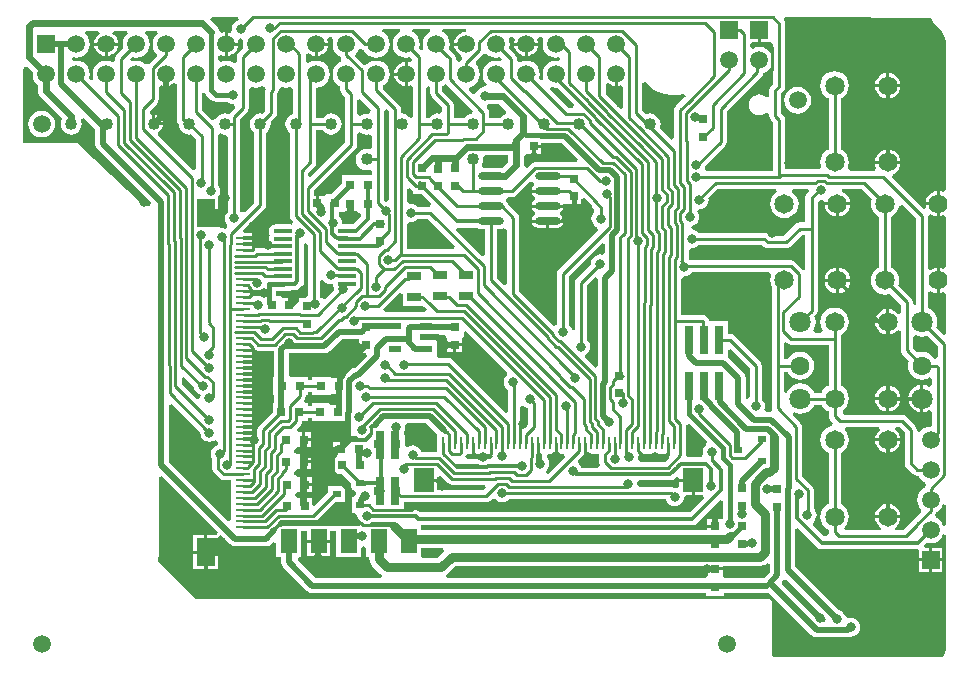
<source format=gbl>
%FSLAX43Y43*%
%MOMM*%
G71*
G01*
G75*
G04 Layer_Physical_Order=2*
G04 Layer_Color=16711680*
%ADD10R,0.800X1.800*%
%ADD11R,1.100X1.250*%
%ADD12C,1.500*%
%ADD13C,0.250*%
%ADD14C,0.300*%
%ADD15C,0.400*%
%ADD16C,0.500*%
%ADD17C,0.350*%
%ADD18C,1.650*%
%ADD19O,1.600X1.650*%
%ADD20C,1.600*%
%ADD21C,1.800*%
%ADD22C,1.520*%
%ADD23R,1.520X1.520*%
%ADD24R,1.500X1.500*%
%ADD25C,0.800*%
%ADD26R,1.400X2.000*%
%ADD27R,0.787X0.711*%
%ADD28R,0.760X2.400*%
%ADD29R,1.800X2.000*%
%ADD30R,0.250X1.100*%
%ADD31C,1.016*%
%ADD32O,2.200X0.600*%
%ADD33O,1.600X0.385*%
%ADD34R,0.711X0.787*%
%ADD35R,0.724X0.559*%
%ADD36R,0.762X0.787*%
%ADD37R,0.787X0.762*%
%ADD38R,1.050X0.600*%
%ADD39R,1.194X0.787*%
%ADD40R,1.200X0.250*%
%ADD41R,1.600X2.400*%
%ADD42C,0.800*%
%ADD43C,0.600*%
%ADD44C,0.475*%
%ADD45R,0.825X1.600*%
G36*
X78520Y35509D02*
Y28169D01*
X78485Y28148D01*
X78235Y28289D01*
Y28425D01*
X78196Y28620D01*
X78085Y28785D01*
X77030Y29841D01*
X77069Y29937D01*
X77110Y30250D01*
X77069Y30563D01*
X76948Y30855D01*
X76756Y31106D01*
X76505Y31298D01*
X76410Y31338D01*
Y35662D01*
X76505Y35702D01*
X76756Y35894D01*
X76948Y36145D01*
X77069Y36437D01*
X77089Y36587D01*
X77353Y36676D01*
X78520Y35509D01*
D02*
G37*
G36*
X35053Y29131D02*
Y28117D01*
X36787D01*
X36873Y28031D01*
X36893Y28001D01*
X37085Y27809D01*
X36990Y27578D01*
X33527D01*
X33424Y27828D01*
X34822Y29226D01*
X35053Y29131D01*
D02*
G37*
G36*
X28399Y30174D02*
X28561Y30050D01*
X28749Y29972D01*
X28952Y29945D01*
X29140Y29970D01*
X29183Y29756D01*
X29260Y29641D01*
X29245Y29527D01*
X29255Y29451D01*
X28517Y28713D01*
X28201Y28751D01*
X28179Y28779D01*
X28060Y28871D01*
Y30224D01*
X28122Y30256D01*
X28310Y30290D01*
X28399Y30174D01*
D02*
G37*
G36*
X43739Y34634D02*
X43890Y34538D01*
Y29958D01*
X43659Y29863D01*
X43035Y30487D01*
Y34589D01*
X43325D01*
X43501Y34612D01*
X43640Y34670D01*
X43739Y34634D01*
D02*
G37*
G36*
X27040Y33256D02*
Y28982D01*
X26863Y28805D01*
X26364D01*
X26181Y28805D01*
Y28805D01*
X26181Y28805D01*
X26124Y28786D01*
X26123Y28785D01*
X26122Y28785D01*
X25872Y28785D01*
X25601D01*
Y28150D01*
X25347D01*
Y28785D01*
X24827D01*
X24744Y28906D01*
Y28906D01*
X24361D01*
Y29384D01*
X24925D01*
X25001Y29399D01*
X25532D01*
X25622Y29417D01*
X25927D01*
X26142Y29459D01*
X26324Y29581D01*
X26547Y29803D01*
X26668Y29985D01*
X26711Y30200D01*
Y33346D01*
X26790Y33395D01*
X27040Y33256D01*
D02*
G37*
G36*
X46044Y38599D02*
X46143Y38522D01*
X46170Y38354D01*
X46158Y38231D01*
X46126Y38209D01*
X46003Y38026D01*
X45985Y37937D01*
X47325D01*
Y37683D01*
X45985D01*
X46003Y37594D01*
X46126Y37411D01*
X46276Y37310D01*
X46294Y37175D01*
X46276Y37040D01*
X46126Y36939D01*
X46003Y36756D01*
X45985Y36667D01*
X48665D01*
X48661Y36684D01*
X48900Y36766D01*
X49398D01*
Y37376D01*
X49652D01*
Y36766D01*
X50173D01*
Y37179D01*
X50404Y37275D01*
X51060Y36618D01*
X51082Y36511D01*
X51192Y36345D01*
X51254Y36283D01*
X51272Y36028D01*
X51148Y35866D01*
X51070Y35677D01*
X51043Y35475D01*
X51070Y35273D01*
X51148Y35084D01*
X51272Y34922D01*
X51434Y34798D01*
X51495Y34773D01*
X51564Y34489D01*
X48240Y31165D01*
X48129Y30999D01*
X48090Y30804D01*
Y26492D01*
X48054Y26458D01*
X48047Y26453D01*
X48045Y26450D01*
X47796Y26433D01*
X44910Y29319D01*
Y35575D01*
X44871Y35770D01*
X44760Y35935D01*
X43983Y36713D01*
X43983Y36716D01*
X43915Y36880D01*
X43806Y37021D01*
X43800Y37073D01*
X43957Y37300D01*
X44301D01*
X44496Y37339D01*
X44661Y37450D01*
X45824Y38613D01*
X46044Y38599D01*
D02*
G37*
G36*
X30479Y25264D02*
X31340D01*
Y24903D01*
X31975D01*
Y24649D01*
X31340D01*
Y24128D01*
X31925D01*
X32029Y23878D01*
X31031Y22880D01*
X30823Y22839D01*
X30617Y22701D01*
X30617Y22701D01*
X30089Y22173D01*
X29955Y21973D01*
X29776D01*
Y21325D01*
Y20677D01*
X29903D01*
Y19924D01*
X29726Y19748D01*
X29701D01*
Y19100D01*
X29447D01*
Y19748D01*
X29006D01*
X28806Y19869D01*
X28806Y19869D01*
X28806D01*
X28567Y19869D01*
X27345D01*
Y19610D01*
X27029D01*
Y19869D01*
X26800D01*
X26787Y19901D01*
X26729Y20119D01*
X26820Y20254D01*
X26826Y20287D01*
X26858Y20449D01*
Y20556D01*
X27079D01*
Y20815D01*
X27420D01*
Y20556D01*
X28881D01*
Y20556D01*
X29040Y20677D01*
X29522D01*
Y21325D01*
Y21973D01*
X29081D01*
X28881Y22094D01*
X28881Y22094D01*
X28881D01*
X28642Y22094D01*
X27420D01*
Y21835D01*
X27079D01*
Y22094D01*
X25618D01*
Y22094D01*
X25438Y22263D01*
Y24083D01*
X28433D01*
X28677Y24131D01*
X28884Y24270D01*
X29903Y25289D01*
X30353D01*
X30479Y25264D01*
D02*
G37*
G36*
X67590Y24965D02*
X67755Y24854D01*
X67950Y24815D01*
X71120D01*
Y21338D01*
X71025Y21298D01*
X70774Y21106D01*
X70582Y20855D01*
X70542Y20760D01*
X69899D01*
X69844Y20893D01*
X69639Y21159D01*
X69373Y21364D01*
X69063Y21492D01*
X68730Y21536D01*
X68397Y21492D01*
X68087Y21364D01*
X67821Y21159D01*
X67616Y20893D01*
X67560Y20757D01*
X67310Y20807D01*
Y22540D01*
X67669D01*
X67704Y22457D01*
X67892Y22212D01*
X68137Y22024D01*
X68423Y21905D01*
X68730Y21865D01*
X69037Y21905D01*
X69323Y22024D01*
X69568Y22212D01*
X69756Y22457D01*
X69875Y22743D01*
X69915Y23050D01*
X69875Y23357D01*
X69756Y23643D01*
X69568Y23888D01*
X69323Y24076D01*
X69037Y24195D01*
X68730Y24235D01*
X68423Y24195D01*
X68137Y24076D01*
X67892Y23888D01*
X67704Y23643D01*
X67669Y23560D01*
X67310D01*
Y24917D01*
X67541Y25013D01*
X67590Y24965D01*
D02*
G37*
G36*
X51431Y30506D02*
X51588Y30413D01*
Y22968D01*
X51357Y22872D01*
X50499Y23730D01*
X50569Y24014D01*
X50678Y24097D01*
X50802Y24259D01*
X50880Y24448D01*
X50907Y24650D01*
X50880Y24852D01*
X50802Y25041D01*
X50678Y25203D01*
X50635Y25236D01*
Y29814D01*
X51343Y30522D01*
X51431Y30506D01*
D02*
G37*
G36*
X43908Y22539D02*
X43872Y22221D01*
X43850Y22204D01*
X43725Y22042D01*
X43647Y21854D01*
X43621Y21651D01*
X43647Y21449D01*
X43725Y21260D01*
X43850Y21098D01*
X43990Y20991D01*
Y19157D01*
X43759Y19062D01*
X39246Y23575D01*
X39081Y23685D01*
X38886Y23724D01*
X38193D01*
X37975Y23800D01*
Y25150D01*
X37854D01*
Y25298D01*
X37075D01*
Y25552D01*
X37854D01*
Y25662D01*
X38475D01*
X38547Y25636D01*
X38719Y25531D01*
X38840Y25331D01*
X38840Y25281D01*
Y24928D01*
X40110D01*
Y25281D01*
X40110Y25331D01*
X40231Y25531D01*
Y25575D01*
X40231Y25648D01*
Y25889D01*
X40462Y25985D01*
X43908Y22539D01*
D02*
G37*
G36*
X78697Y25508D02*
X79030Y25464D01*
X79363Y25508D01*
X79496Y25563D01*
X80365Y24694D01*
Y23857D01*
X80204Y23685D01*
X80120Y23642D01*
X80042Y23661D01*
X79868Y23888D01*
X79623Y24076D01*
X79337Y24195D01*
X79030Y24235D01*
X78723Y24195D01*
X78640Y24160D01*
X78235Y24566D01*
Y25462D01*
X78485Y25596D01*
X78697Y25508D01*
D02*
G37*
G36*
X69465Y37786D02*
X69315Y37635D01*
X69204Y37470D01*
X69165Y37275D01*
Y35160D01*
X68675D01*
X68512Y35127D01*
X68480Y35121D01*
X68315Y35010D01*
X67289Y33985D01*
X66190D01*
X66038Y34137D01*
X65873Y34248D01*
X65677Y34286D01*
X60114D01*
X60081Y34329D01*
X59919Y34454D01*
X59730Y34532D01*
X59690Y34537D01*
X59509Y34784D01*
X59508Y34803D01*
X59526Y34868D01*
X59555Y34872D01*
X59744Y34950D01*
X59906Y35074D01*
X60030Y35236D01*
X60108Y35424D01*
X60135Y35627D01*
X60108Y35829D01*
X60030Y36018D01*
X60013Y36040D01*
X60143Y36264D01*
X60162Y36272D01*
X60177Y36270D01*
X60379Y36297D01*
X60568Y36375D01*
X60730Y36499D01*
X60854Y36661D01*
X60921Y36823D01*
X60924Y36827D01*
X60925Y36832D01*
X60932Y36850D01*
X60940Y36906D01*
X60963Y37022D01*
X60958Y37046D01*
X60959Y37052D01*
X60940Y37194D01*
X61763Y38017D01*
X66662D01*
X66708Y37925D01*
X66729Y37767D01*
X66519Y37606D01*
X66327Y37355D01*
X66206Y37063D01*
X66165Y36750D01*
X66206Y36437D01*
X66327Y36145D01*
X66519Y35894D01*
X66770Y35702D01*
X67062Y35581D01*
X67375Y35540D01*
X67688Y35581D01*
X67980Y35702D01*
X68231Y35894D01*
X68423Y36145D01*
X68544Y36437D01*
X68585Y36750D01*
X68544Y37063D01*
X68423Y37355D01*
X68231Y37606D01*
X68021Y37767D01*
X68042Y37925D01*
X68088Y38017D01*
X69370D01*
X69465Y37786D01*
D02*
G37*
G36*
X39473Y33173D02*
X39377Y32942D01*
X35447D01*
Y35011D01*
X35697Y35200D01*
X35750Y35193D01*
X35952Y35220D01*
X36141Y35298D01*
X36303Y35422D01*
X36336Y35465D01*
X37181D01*
X39473Y33173D01*
D02*
G37*
G36*
X30752Y36115D02*
X31155D01*
X31355Y35994D01*
X31355Y35994D01*
X31522Y35914D01*
X31546Y35664D01*
X30883Y35001D01*
X30025D01*
X29958Y35077D01*
X29932Y35279D01*
X29854Y35468D01*
X29729Y35630D01*
X29661Y35682D01*
Y36019D01*
X30093D01*
Y36019D01*
X30189Y36115D01*
X30498D01*
Y36750D01*
X30752D01*
Y36115D01*
D02*
G37*
G36*
X3746Y47891D02*
X3725Y47730D01*
X3764Y47434D01*
X3879Y47158D01*
X4061Y46921D01*
X4189Y46822D01*
Y46330D01*
X4189Y46330D01*
X4201Y46242D01*
X4212Y46154D01*
X4260Y46038D01*
X4280Y45990D01*
X4389Y45849D01*
X6256Y43981D01*
X6229Y43945D01*
X6140Y43731D01*
X6109Y43500D01*
X6140Y43269D01*
X6229Y43055D01*
X6370Y42870D01*
X6555Y42729D01*
X6769Y42640D01*
X7000Y42609D01*
X7231Y42640D01*
X7445Y42729D01*
X7630Y42870D01*
X7771Y43055D01*
X7860Y43269D01*
X7891Y43500D01*
X7860Y43731D01*
X7812Y43848D01*
X7829Y43916D01*
X8108Y43991D01*
X9038Y43061D01*
Y41800D01*
X9086Y41556D01*
X9224Y41349D01*
X13790Y36783D01*
X13687Y36533D01*
X13162D01*
X7522Y41850D01*
X2925Y41850D01*
Y48009D01*
X3023Y48245D01*
X3032Y48293D01*
X3272Y48366D01*
X3746Y47891D01*
D02*
G37*
G36*
X35822Y37904D02*
X35938Y37827D01*
Y37533D01*
X36680D01*
X37494Y36719D01*
X37409Y36524D01*
X37375Y36485D01*
X36336D01*
X36303Y36528D01*
X36141Y36652D01*
X35952Y36730D01*
X35750Y36757D01*
X35687Y36748D01*
X35437Y36933D01*
Y37963D01*
X35668Y38058D01*
X35822Y37904D01*
D02*
G37*
G36*
X24894Y46624D02*
X25190Y46585D01*
X25486Y46624D01*
X25565Y46657D01*
X25815Y46490D01*
Y44366D01*
X25769Y44360D01*
X25555Y44271D01*
X25370Y44130D01*
X25229Y43945D01*
X25140Y43731D01*
X25109Y43500D01*
X25140Y43269D01*
X25229Y43055D01*
X25370Y42870D01*
X25515Y42759D01*
Y35690D01*
X25554Y35495D01*
X25665Y35329D01*
X25789Y35205D01*
X25666Y34975D01*
X25532Y35001D01*
X24317D01*
X24096Y34957D01*
X23908Y34832D01*
X23783Y34644D01*
X23739Y34423D01*
X23783Y34201D01*
X23847Y34105D01*
X23783Y34009D01*
X23739Y33787D01*
X23783Y33566D01*
X23908Y33378D01*
X23914Y33352D01*
X23897Y33327D01*
X23862Y33153D01*
X23760Y33027D01*
X22743D01*
X22604Y33000D01*
X22560Y33008D01*
X22443Y33081D01*
X22354Y33160D01*
Y33223D01*
X21500D01*
Y33477D01*
X22354D01*
Y33723D01*
X21500D01*
Y33977D01*
X22354D01*
Y34229D01*
X21674D01*
X21570Y34479D01*
X23360Y36269D01*
X23471Y36435D01*
X23510Y36630D01*
Y42778D01*
X23630Y42870D01*
X23771Y43055D01*
X23860Y43269D01*
X23891Y43500D01*
X23871Y43650D01*
X24285Y44065D01*
X24396Y44230D01*
X24402Y44262D01*
X24435Y44425D01*
Y46048D01*
X24526Y46185D01*
X24565Y46380D01*
Y46490D01*
X24815Y46657D01*
X24894Y46624D01*
D02*
G37*
G36*
X41385Y34680D02*
X41549Y34612D01*
X41725Y34589D01*
X42015D01*
Y32399D01*
X41784Y32304D01*
X39585Y34503D01*
X39693Y34720D01*
X39707Y34735D01*
X41314D01*
X41385Y34680D01*
D02*
G37*
G36*
X66258Y30690D02*
X66206Y30563D01*
X66165Y30250D01*
X66206Y29937D01*
X66298Y29714D01*
X66290Y29675D01*
Y23125D01*
Y19425D01*
X66309Y19331D01*
X66306Y19312D01*
X66169Y19119D01*
X66124Y19087D01*
X65832D01*
X65680Y19337D01*
X65705Y19398D01*
X65732Y19600D01*
X65705Y19802D01*
X65627Y19991D01*
X65503Y20153D01*
X65460Y20186D01*
Y23050D01*
X65421Y23245D01*
X65310Y23410D01*
X63110Y25610D01*
X62945Y25721D01*
X62750Y25760D01*
X62600D01*
Y26825D01*
X61010D01*
X60971Y27020D01*
X60860Y27185D01*
X60695Y27296D01*
X60500Y27335D01*
X58610D01*
Y30404D01*
X58860Y30599D01*
X58900Y30593D01*
X59102Y30620D01*
X59291Y30698D01*
X59453Y30822D01*
X59543Y30940D01*
X66091D01*
X66258Y30690D01*
D02*
G37*
G36*
X52163Y33319D02*
Y32590D01*
X51913Y32439D01*
X51775Y32457D01*
X51573Y32430D01*
X51384Y32352D01*
X51222Y32228D01*
X51098Y32066D01*
X51020Y31877D01*
X50993Y31675D01*
X51000Y31621D01*
X49765Y30385D01*
X49654Y30220D01*
X49615Y30025D01*
Y26042D01*
X49365Y26025D01*
X49355Y26102D01*
X49277Y26291D01*
X49153Y26453D01*
X49110Y26486D01*
Y30593D01*
X51932Y33415D01*
X52163Y33319D01*
D02*
G37*
G36*
X19769Y42640D02*
X20000Y42609D01*
X20041Y42615D01*
X20291Y42408D01*
Y36113D01*
X20248Y36080D01*
X20124Y35918D01*
X20046Y35729D01*
X20020Y35527D01*
X20046Y35325D01*
X20124Y35136D01*
X20226Y35004D01*
X20187Y34743D01*
X20020Y34644D01*
X19928Y34682D01*
X19726Y34709D01*
X19704Y34706D01*
X19454Y34908D01*
Y35823D01*
X18400D01*
Y36077D01*
X19454D01*
Y37380D01*
X19478Y37411D01*
X19556Y37600D01*
X19583Y37802D01*
X19556Y38004D01*
X19478Y38193D01*
X19385Y38314D01*
Y42572D01*
X19635Y42696D01*
X19769Y42640D01*
D02*
G37*
G36*
X69165Y31242D02*
X69000Y31165D01*
X68915Y31156D01*
X68261Y31810D01*
X68095Y31921D01*
X67900Y31960D01*
X59411D01*
X59291Y32052D01*
X59262Y32064D01*
Y32792D01*
X59512Y32997D01*
X59528Y32995D01*
X59730Y33022D01*
X59919Y33100D01*
X60081Y33224D01*
X60114Y33267D01*
X65466D01*
X65619Y33115D01*
X65784Y33004D01*
X65816Y32998D01*
X65979Y32965D01*
X67500D01*
X67695Y33004D01*
X67861Y33115D01*
X68886Y34140D01*
X69165D01*
Y31242D01*
D02*
G37*
G36*
X64440Y22839D02*
Y20357D01*
X64190Y20232D01*
X64087Y20309D01*
Y22032D01*
X64039Y22276D01*
X63901Y22483D01*
X62658Y23726D01*
X62600Y23764D01*
Y24352D01*
X62831Y24448D01*
X64440Y22839D01*
D02*
G37*
G36*
X81067Y11256D02*
Y9544D01*
X80817Y9495D01*
X80733Y9697D01*
X80552Y9932D01*
X80317Y10113D01*
X80246Y10142D01*
X80209Y10201D01*
X80167Y10445D01*
X80221Y10526D01*
X80247Y10658D01*
X80317Y10687D01*
X80552Y10868D01*
X80733Y11103D01*
X80817Y11305D01*
X81067Y11256D01*
D02*
G37*
G36*
X62192Y11600D02*
Y10160D01*
X62125Y10072D01*
X61627D01*
Y9424D01*
X61500D01*
Y9297D01*
X60865D01*
Y9132D01*
X36630D01*
Y9540D01*
X59584D01*
X59789Y9581D01*
X59963Y9697D01*
X61961Y11695D01*
X62192Y11600D01*
D02*
G37*
G36*
X27345Y18331D02*
X28806D01*
Y18331D01*
X28844D01*
Y18331D01*
X30305D01*
X30305Y18331D01*
Y18331D01*
X30496Y18201D01*
X30525Y18178D01*
Y16824D01*
X30498Y16585D01*
X29978D01*
Y15950D01*
X29851D01*
Y15823D01*
X29203D01*
Y15394D01*
X29195D01*
Y13856D01*
X29901D01*
X30706Y13052D01*
Y12470D01*
X30960D01*
X31127Y12220D01*
X31120Y12202D01*
X31111Y12138D01*
X31108Y12135D01*
X30970Y11928D01*
X30961Y11880D01*
X30706D01*
Y10571D01*
X31003D01*
X31218Y10325D01*
X31245Y10123D01*
X31323Y9934D01*
X31406Y9827D01*
X31316Y9597D01*
X31100Y9575D01*
X27527D01*
X27503Y9825D01*
X27649Y9854D01*
X27814Y9965D01*
X29370Y11521D01*
X30212D01*
Y12830D01*
X28738D01*
Y12330D01*
X27590Y11182D01*
X27359Y11278D01*
Y11798D01*
X26876D01*
Y11150D01*
X26622D01*
Y11798D01*
X26181D01*
X26039Y11884D01*
X25978Y12069D01*
X26040Y12227D01*
X26206Y12327D01*
X26256Y12327D01*
X26647D01*
Y12975D01*
Y13623D01*
X26256D01*
X26206Y13623D01*
X26006Y13744D01*
X25951Y13798D01*
X25861Y13896D01*
X25936Y14134D01*
X26131Y14252D01*
X26181Y14252D01*
X26572D01*
Y14900D01*
Y15548D01*
X26181D01*
X26131Y15548D01*
X25931Y15669D01*
X25881Y15767D01*
X25847Y15842D01*
X25861Y15885D01*
X25906Y16006D01*
X26106Y16127D01*
X26156Y16127D01*
X26547D01*
Y16775D01*
Y17423D01*
X26184D01*
X26080Y17673D01*
X26429Y18022D01*
X26540Y18187D01*
X26546Y18219D01*
X26568Y18331D01*
X27029D01*
Y18590D01*
X27345D01*
Y18331D01*
D02*
G37*
G36*
X58496Y13562D02*
Y13477D01*
X59650D01*
Y13350D01*
X59777D01*
Y12096D01*
X60494D01*
X60598Y11846D01*
X59362Y10611D01*
X36572D01*
X36533Y10649D01*
X36360Y10765D01*
X36155Y10806D01*
X35372D01*
X35140Y10850D01*
Y11465D01*
X42079D01*
X42274Y11504D01*
X42440Y11615D01*
X42591Y11766D01*
X42913Y11734D01*
X42922Y11722D01*
X43084Y11598D01*
X43273Y11520D01*
X43475Y11493D01*
X43677Y11520D01*
X43866Y11598D01*
X44028Y11722D01*
X44061Y11765D01*
X57339D01*
X57345Y11723D01*
X57423Y11534D01*
X57547Y11372D01*
X57709Y11248D01*
X57898Y11170D01*
X58100Y11143D01*
X58302Y11170D01*
X58491Y11248D01*
X58653Y11372D01*
X58777Y11534D01*
X58855Y11723D01*
X58882Y11925D01*
X59032Y12096D01*
X59523D01*
Y13223D01*
X58496D01*
Y12870D01*
X58406Y12782D01*
X58246Y12687D01*
X58100Y12707D01*
X58020Y12696D01*
X57945Y12746D01*
X57750Y12785D01*
X55110D01*
X54905Y13035D01*
X54907Y13050D01*
X54901Y13090D01*
X55096Y13340D01*
X57725D01*
X57930Y13380D01*
X58104Y13497D01*
X58265Y13658D01*
X58496Y13562D01*
D02*
G37*
G36*
X17920Y17388D02*
X17918Y17375D01*
X17945Y17173D01*
X18023Y16984D01*
X18147Y16822D01*
X18309Y16698D01*
X18498Y16620D01*
X18700Y16593D01*
X18902Y16620D01*
X19091Y16698D01*
X19140Y16736D01*
X19390Y16613D01*
Y16302D01*
X19210Y16228D01*
X19048Y16104D01*
X18924Y15942D01*
X18846Y15753D01*
X18819Y15551D01*
X18846Y15349D01*
X18924Y15160D01*
X18941Y15138D01*
Y14330D01*
X18980Y14135D01*
X19091Y13969D01*
X19571Y13490D01*
X19736Y13379D01*
X19931Y13340D01*
X20525D01*
Y12850D01*
Y12350D01*
Y11850D01*
Y11350D01*
Y10850D01*
Y10350D01*
Y10005D01*
X20275Y9901D01*
X15263Y14914D01*
Y19719D01*
X15494Y19814D01*
X17920Y17388D01*
D02*
G37*
G36*
X75485Y17615D02*
X75360Y17520D01*
X75188Y17294D01*
X75079Y17032D01*
X75058Y16877D01*
X77202D01*
X77181Y17032D01*
X77073Y17294D01*
X76900Y17520D01*
X76775Y17615D01*
X76850Y17837D01*
X77091Y17863D01*
X77565Y17389D01*
Y14775D01*
X77604Y14580D01*
X77715Y14415D01*
X78280Y13850D01*
X78445Y13739D01*
X78640Y13700D01*
X78743D01*
X78767Y13643D01*
X78948Y13408D01*
X79183Y13227D01*
X79254Y13198D01*
X79291Y13139D01*
X79333Y12895D01*
X79279Y12814D01*
X79253Y12682D01*
X79183Y12653D01*
X78948Y12472D01*
X78767Y12237D01*
X78654Y11964D01*
X78615Y11670D01*
X78654Y11376D01*
X78767Y11103D01*
X78948Y10868D01*
X78962Y10653D01*
X78265Y9956D01*
X78172Y9818D01*
X77439Y9085D01*
X76778D01*
X76723Y9202D01*
X76710Y9335D01*
X76900Y9480D01*
X77073Y9706D01*
X77181Y9968D01*
X77202Y10123D01*
X75058D01*
X75079Y9968D01*
X75188Y9706D01*
X75360Y9480D01*
X75550Y9335D01*
X75537Y9202D01*
X75482Y9085D01*
X72493D01*
X72409Y9335D01*
X72486Y9394D01*
X72678Y9645D01*
X72799Y9937D01*
X72840Y10250D01*
X72799Y10563D01*
X72678Y10855D01*
X72486Y11106D01*
X72235Y11298D01*
X72140Y11338D01*
Y15662D01*
X72235Y15702D01*
X72486Y15894D01*
X72678Y16145D01*
X72799Y16437D01*
X72840Y16750D01*
X72799Y17063D01*
X72678Y17355D01*
X72486Y17606D01*
X72474Y17615D01*
X72559Y17865D01*
X75400D01*
X75485Y17615D01*
D02*
G37*
G36*
X70940Y1562D02*
X70837Y1312D01*
X70389D01*
X67177Y4524D01*
Y4774D01*
X67226Y4822D01*
X67266Y4883D01*
X67578Y4924D01*
X70940Y1562D01*
D02*
G37*
G36*
X19420Y8954D02*
X19352Y8791D01*
X19352Y8791D01*
X19348Y8780D01*
X19326Y8728D01*
X19321Y8716D01*
X19318Y8707D01*
X19316Y8704D01*
X19306D01*
X19265Y8704D01*
X19265Y8704D01*
X19261Y8704D01*
X18527D01*
Y7377D01*
X19454D01*
X19454Y8511D01*
Y8515D01*
D01*
X19454Y8556D01*
Y8566D01*
X19457Y8568D01*
X19466Y8571D01*
X19478Y8576D01*
X19530Y8598D01*
X19541Y8602D01*
X19541D01*
X19704Y8670D01*
X20449Y7924D01*
X20449Y7924D01*
X20656Y7786D01*
X20900Y7738D01*
X20900Y7738D01*
X23484D01*
X23728Y7786D01*
X23934Y7924D01*
X24089Y8079D01*
X24320Y7983D01*
Y6800D01*
X24758D01*
Y6430D01*
X24806Y6186D01*
X24944Y5979D01*
X26974Y3949D01*
X27181Y3811D01*
X27425Y3763D01*
X60769D01*
Y3557D01*
X62281D01*
Y3763D01*
X65900D01*
X66097Y3802D01*
X69674Y224D01*
X69674Y224D01*
X69881Y86D01*
X70125Y38D01*
X70125Y38D01*
X72799D01*
X73043Y86D01*
X73109Y130D01*
X73227Y146D01*
X73416Y224D01*
X73578Y348D01*
X73702Y510D01*
X73780Y699D01*
X73807Y901D01*
X73780Y1103D01*
X73702Y1292D01*
X73578Y1454D01*
X73416Y1578D01*
X73227Y1656D01*
X73025Y1683D01*
X72823Y1656D01*
X72584Y1778D01*
X72506Y1966D01*
X72381Y2128D01*
X72220Y2252D01*
X72031Y2330D01*
X71966Y2339D01*
X68316Y5989D01*
Y9194D01*
X68547Y9290D01*
X70165Y7672D01*
X70339Y7556D01*
X70544Y7515D01*
X78670D01*
X78746Y7453D01*
Y7441D01*
Y6717D01*
X79623D01*
Y7594D01*
X79325D01*
X79221Y7844D01*
X79424Y8047D01*
X79456Y8034D01*
X79750Y7995D01*
X80044Y8034D01*
X80317Y8147D01*
X80552Y8328D01*
X80733Y8563D01*
X80817Y8765D01*
X81067Y8716D01*
Y-250D01*
Y-250D01*
X81067Y-500D01*
D01*
X81051Y-743D01*
X81025Y-1002D01*
X80879Y-1485D01*
X80804Y-1625D01*
X66425D01*
X66300Y-1500D01*
Y3125D01*
X66175Y3250D01*
X17575D01*
X14322Y6503D01*
X14306Y6794D01*
X14400Y6934D01*
X14433Y7100D01*
Y13614D01*
X14664Y13710D01*
X19420Y8954D01*
D02*
G37*
G36*
X66138Y6246D02*
Y5537D01*
X65701Y5099D01*
X65659Y5037D01*
X62507D01*
X62281Y5094D01*
X62173Y5274D01*
X62160Y5294D01*
Y5697D01*
X60890D01*
Y5294D01*
X60877Y5273D01*
X60769Y5094D01*
X60543Y5037D01*
X38862D01*
X38709Y5260D01*
X38709Y5287D01*
X38853Y5397D01*
X39549Y6093D01*
X60713D01*
X60855Y5951D01*
X62160D01*
Y6093D01*
X65335D01*
X65537Y6120D01*
X65592Y6143D01*
X65726Y6198D01*
X65888Y6322D01*
X65907Y6341D01*
X66138Y6246D01*
D02*
G37*
G36*
X29400Y6800D02*
X31550D01*
Y7641D01*
X31721Y7729D01*
X31940Y7581D01*
Y6800D01*
X32233D01*
Y6660D01*
X32260Y6458D01*
X32283Y6402D01*
X32338Y6269D01*
X32462Y6107D01*
X33172Y5397D01*
X33316Y5287D01*
X33316Y5260D01*
X33163Y5037D01*
X27689D01*
X26176Y6550D01*
X26280Y6800D01*
X26470D01*
Y9038D01*
X26981D01*
Y8302D01*
X28889D01*
Y9038D01*
X29400D01*
Y6800D01*
D02*
G37*
G36*
X38563Y7318D02*
X37976Y6732D01*
X36852D01*
X36630Y6800D01*
Y7568D01*
X38459D01*
X38563Y7318D01*
D02*
G37*
G36*
X22623Y24329D02*
X22655Y24323D01*
X22818Y24290D01*
X24163D01*
Y22094D01*
X24119D01*
Y20556D01*
X24163D01*
Y19869D01*
X24069D01*
Y19104D01*
X22914Y17949D01*
X22804Y17784D01*
X22765Y17589D01*
Y16645D01*
X22577Y16490D01*
X22354Y16583D01*
Y16723D01*
X21500D01*
Y16977D01*
X22354D01*
Y17223D01*
X21500D01*
Y17477D01*
X22354D01*
Y17723D01*
X21500D01*
Y17977D01*
X22354D01*
Y18223D01*
X21500D01*
Y18477D01*
X22354D01*
Y18723D01*
X21500D01*
Y18977D01*
X22354D01*
Y19223D01*
X21500D01*
Y19477D01*
X22354D01*
Y19723D01*
X21500D01*
Y19977D01*
X22354D01*
Y20223D01*
X21500D01*
Y20477D01*
X22354D01*
Y20723D01*
X21500D01*
Y20977D01*
X22354D01*
Y21223D01*
X21500D01*
Y21477D01*
X22354D01*
Y21723D01*
X21500D01*
Y21977D01*
X22354D01*
Y22223D01*
X21500D01*
Y22477D01*
X22354D01*
Y22723D01*
X21500D01*
Y22977D01*
X22354D01*
Y23223D01*
X21500D01*
Y23477D01*
X22354D01*
Y23723D01*
X21500D01*
Y23977D01*
X22354D01*
Y24208D01*
X22604Y24342D01*
X22623Y24329D01*
D02*
G37*
G36*
X38000Y17215D02*
Y16549D01*
X37990Y16500D01*
Y15735D01*
X36644D01*
X36579Y15892D01*
X36454Y16053D01*
X36293Y16178D01*
X36104Y16256D01*
X35902Y16282D01*
X35699Y16256D01*
X35511Y16178D01*
X35480Y16154D01*
X35230Y16277D01*
Y17169D01*
X35140D01*
Y17419D01*
X35152Y17434D01*
X35230Y17623D01*
X35257Y17825D01*
X35248Y17893D01*
X35430Y18143D01*
X37072D01*
X38000Y17215D01*
D02*
G37*
G36*
X45409Y19548D02*
X45598Y19470D01*
X45665Y19461D01*
Y18091D01*
X45260Y17686D01*
X45010Y17790D01*
Y19571D01*
X45203Y19653D01*
X45260Y19663D01*
X45409Y19548D01*
D02*
G37*
G36*
X17408Y21223D02*
X17421Y21124D01*
X17499Y20935D01*
X17623Y20773D01*
X17785Y20649D01*
X17953Y20580D01*
X17921Y20503D01*
X17895Y20305D01*
X17884Y20296D01*
X17657Y20189D01*
X16335Y21511D01*
Y21970D01*
X16566Y22066D01*
X17408Y21223D01*
D02*
G37*
G36*
X70582Y19645D02*
X70774Y19394D01*
X71025Y19202D01*
X71120Y19162D01*
Y18795D01*
X71159Y18600D01*
X71270Y18435D01*
X71508Y18196D01*
X71418Y17932D01*
X71317Y17919D01*
X71025Y17798D01*
X70774Y17606D01*
X70582Y17355D01*
X70461Y17063D01*
X70420Y16750D01*
X70461Y16437D01*
X70582Y16145D01*
X70774Y15894D01*
X71025Y15702D01*
X71120Y15662D01*
Y11338D01*
X71025Y11298D01*
X70774Y11106D01*
X70582Y10855D01*
X70461Y10563D01*
X70420Y10250D01*
X70461Y9937D01*
X70582Y9645D01*
X70774Y9394D01*
X71025Y9202D01*
X71120Y9162D01*
Y8920D01*
X71137Y8835D01*
X70999Y8624D01*
X70744Y8607D01*
X69835Y9516D01*
X69866Y9838D01*
X69878Y9847D01*
X70002Y10009D01*
X70080Y10198D01*
X70107Y10400D01*
X70080Y10602D01*
X70002Y10791D01*
X69878Y10953D01*
X69863Y10964D01*
Y12472D01*
X69824Y12667D01*
X69714Y12832D01*
X68885Y13661D01*
Y17850D01*
X68846Y18045D01*
X68735Y18211D01*
X68076Y18870D01*
X68217Y19082D01*
X68397Y19008D01*
X68730Y18964D01*
X69063Y19008D01*
X69373Y19136D01*
X69639Y19341D01*
X69844Y19607D01*
X69899Y19740D01*
X70542D01*
X70582Y19645D01*
D02*
G37*
G36*
X42575Y15567D02*
X42721Y15401D01*
X42726Y15360D01*
X42534Y15113D01*
X42522Y15110D01*
X42258D01*
X42053Y15070D01*
X41966Y15011D01*
X41684D01*
X41599Y15068D01*
X41375Y15112D01*
X40487D01*
X40397Y15274D01*
X40376Y15362D01*
X40471Y15505D01*
X40477Y15537D01*
X40485Y15575D01*
X41000D01*
Y15575D01*
Y15575D01*
X41000D01*
Y15575D01*
X41000Y15575D01*
X42491D01*
X42575Y15567D01*
D02*
G37*
G36*
X51715Y15520D02*
Y14854D01*
X51754Y14659D01*
X51619Y14410D01*
X50217D01*
X50188Y14479D01*
X50064Y14641D01*
X49983Y14703D01*
X49925Y14999D01*
X50360Y15434D01*
X50455Y15575D01*
X51670D01*
X51715Y15520D01*
D02*
G37*
G36*
X38862Y13090D02*
X39028Y12980D01*
X39223Y12941D01*
X41998D01*
X42093Y12710D01*
X41868Y12485D01*
X38004D01*
Y13223D01*
X36850D01*
Y13477D01*
X38004D01*
Y13622D01*
X38235Y13718D01*
X38862Y13090D01*
D02*
G37*
G36*
X57500Y15575D02*
D01*
X57500D01*
X57555Y15528D01*
X57580Y15209D01*
X57281Y14910D01*
X55130D01*
X54969Y15160D01*
X54985Y15276D01*
X54978Y15325D01*
X54979Y15338D01*
X55159Y15563D01*
X55188Y15575D01*
X57250D01*
X57500Y15575D01*
D02*
G37*
G36*
X48828Y15344D02*
X47348Y13864D01*
X47284Y13880D01*
X47227Y14152D01*
X47255Y14173D01*
X47379Y14335D01*
X47458Y14524D01*
X47484Y14726D01*
X47458Y14928D01*
X47379Y15117D01*
X47262Y15269D01*
Y15493D01*
X47330Y15575D01*
X47750D01*
X48000Y15575D01*
X48000Y15575D01*
X48000D01*
Y15575D01*
X48000Y15575D01*
X48733D01*
X48828Y15344D01*
D02*
G37*
G36*
X60791Y16641D02*
X60754Y16325D01*
X60725Y16304D01*
X60601Y16142D01*
X60523Y15953D01*
X60496Y15751D01*
X60523Y15549D01*
X60529Y15535D01*
X60362Y15285D01*
X59202D01*
X59060Y15458D01*
Y18019D01*
X59270Y18127D01*
X59301Y18131D01*
X60791Y16641D01*
D02*
G37*
G36*
X74770Y37159D02*
X74731Y37063D01*
X74690Y36750D01*
X74731Y36437D01*
X74852Y36145D01*
X75044Y35894D01*
X75295Y35702D01*
X75390Y35662D01*
Y31338D01*
X75295Y31298D01*
X75044Y31106D01*
X74852Y30855D01*
X74731Y30563D01*
X74690Y30250D01*
X74731Y29937D01*
X74852Y29645D01*
X75044Y29394D01*
X75295Y29202D01*
X75587Y29081D01*
X75900Y29040D01*
X76213Y29081D01*
X76309Y29120D01*
X77215Y28214D01*
Y27519D01*
X76965Y27434D01*
X76900Y27520D01*
X76674Y27692D01*
X76412Y27801D01*
X76257Y27822D01*
Y26750D01*
Y25678D01*
X76412Y25699D01*
X76674Y25807D01*
X76900Y25980D01*
X76965Y26066D01*
X77215Y25981D01*
Y24355D01*
X77254Y24160D01*
X77365Y23995D01*
X77920Y23440D01*
X77885Y23357D01*
X77845Y23050D01*
X77885Y22743D01*
X78004Y22457D01*
X78192Y22212D01*
X78437Y22024D01*
X78723Y21905D01*
X79030Y21865D01*
X79337Y21905D01*
X79623Y22024D01*
X79641Y22038D01*
X79865Y21927D01*
Y21379D01*
X79615Y21256D01*
X79612Y21258D01*
X79331Y21374D01*
X79157Y21397D01*
Y20250D01*
Y19103D01*
X79331Y19126D01*
X79612Y19242D01*
X79615Y19244D01*
X79865Y19121D01*
Y17986D01*
X79750Y17885D01*
X79456Y17846D01*
X79183Y17733D01*
X78948Y17552D01*
X78835Y17405D01*
X78585Y17490D01*
Y17600D01*
X78546Y17795D01*
X78435Y17960D01*
X77660Y18735D01*
X77495Y18846D01*
X77300Y18885D01*
X72450D01*
X72344Y18998D01*
X72375Y19309D01*
X72486Y19394D01*
X72678Y19645D01*
X72799Y19937D01*
X72840Y20250D01*
X72799Y20563D01*
X72678Y20855D01*
X72486Y21106D01*
X72235Y21298D01*
X72140Y21338D01*
Y25300D01*
Y25662D01*
X72235Y25702D01*
X72486Y25894D01*
X72678Y26145D01*
X72799Y26437D01*
X72840Y26750D01*
X72799Y27063D01*
X72678Y27355D01*
X72486Y27606D01*
X72235Y27798D01*
X71943Y27919D01*
X71630Y27960D01*
X71317Y27919D01*
X71025Y27798D01*
X70774Y27606D01*
X70582Y27355D01*
X70461Y27063D01*
X70420Y26750D01*
X70461Y26437D01*
X70582Y26145D01*
X70628Y26085D01*
X70505Y25835D01*
X69950D01*
X69827Y26085D01*
X69844Y26107D01*
X69972Y26417D01*
X70016Y26750D01*
X69972Y27083D01*
X69917Y27216D01*
X70035Y27335D01*
X70146Y27500D01*
X70185Y27695D01*
Y36891D01*
X70195Y36917D01*
X70418Y37103D01*
X70479Y37095D01*
X70593Y37110D01*
X70613Y37104D01*
X70772Y36963D01*
X70807Y36904D01*
X70803Y36877D01*
X72947D01*
X72926Y37032D01*
X72817Y37294D01*
X72645Y37520D01*
X72419Y37693D01*
X72239Y37767D01*
X72288Y38017D01*
X73912D01*
X74770Y37159D01*
D02*
G37*
G36*
X32340Y44714D02*
X32333Y44550D01*
X32114Y44376D01*
X32000Y44391D01*
X31769Y44360D01*
X31555Y44271D01*
X31460Y44198D01*
X31210Y44314D01*
Y45491D01*
X31460Y45594D01*
X32340Y44714D01*
D02*
G37*
G36*
X37380Y46599D02*
Y46110D01*
X37419Y45915D01*
X37530Y45750D01*
X38373Y44906D01*
Y44545D01*
X38123Y44374D01*
X38000Y44391D01*
X37769Y44360D01*
X37555Y44271D01*
X37370Y44130D01*
X37278Y44010D01*
X36995D01*
Y46556D01*
X37239Y46686D01*
X37380Y46599D01*
D02*
G37*
G36*
X66358Y48250D02*
X66440Y48209D01*
Y46886D01*
X66240Y46685D01*
X66129Y46520D01*
X66090Y46325D01*
Y45873D01*
X65972Y45803D01*
X65840Y45770D01*
X65691Y45884D01*
X65478Y45972D01*
X65250Y46003D01*
X65022Y45972D01*
X64809Y45884D01*
X64626Y45744D01*
X64486Y45561D01*
X64398Y45348D01*
X64367Y45120D01*
X64398Y44892D01*
X64486Y44679D01*
X64626Y44496D01*
X64809Y44356D01*
X65022Y44268D01*
X65250Y44237D01*
X65478Y44268D01*
X65691Y44356D01*
X65840Y44470D01*
X65972Y44438D01*
X66090Y44367D01*
Y44200D01*
X66129Y44005D01*
X66240Y43840D01*
X66440Y43639D01*
Y39537D01*
X60782D01*
X60632Y39787D01*
X60658Y39850D01*
X60672Y39952D01*
X62335Y41616D01*
X62446Y41782D01*
X62452Y41814D01*
X62485Y41977D01*
Y44564D01*
X65433Y47513D01*
X65544Y47678D01*
X65569Y47804D01*
X65807Y47902D01*
X66042Y48083D01*
X66190Y48275D01*
X66358Y48250D01*
D02*
G37*
G36*
X47754Y46624D02*
X48050Y46585D01*
X48138Y46597D01*
X49592Y45143D01*
X49488Y44893D01*
X49068D01*
X47504Y46457D01*
X47645Y46669D01*
X47754Y46624D01*
D02*
G37*
G36*
X43836Y44621D02*
X43769Y44360D01*
X43555Y44271D01*
X43370Y44130D01*
X43278Y44010D01*
X42410D01*
Y44450D01*
X42371Y44645D01*
X42260Y44810D01*
X42187Y44884D01*
X42235Y45077D01*
X42272Y45153D01*
X42432Y45219D01*
X43238D01*
X43836Y44621D01*
D02*
G37*
G36*
X40999Y44630D02*
X40898Y44377D01*
X40769Y44360D01*
X40555Y44271D01*
X40370Y44130D01*
X40278Y44010D01*
X39393D01*
Y45117D01*
X39354Y45312D01*
X39243Y45477D01*
X38400Y46321D01*
Y46713D01*
X38462Y46739D01*
X38699Y46921D01*
X38708Y46921D01*
X40999Y44630D01*
D02*
G37*
G36*
X29197Y50645D02*
X29164Y50566D01*
X29125Y50270D01*
X29164Y49974D01*
X29279Y49698D01*
X29461Y49461D01*
X29698Y49279D01*
X29778Y49245D01*
X29799Y49140D01*
X29854Y49057D01*
X29814Y48817D01*
X29777Y48754D01*
X29698Y48721D01*
X29461Y48539D01*
X29279Y48302D01*
X29164Y48026D01*
X29125Y47730D01*
X29164Y47434D01*
X29279Y47158D01*
X29461Y46921D01*
X29698Y46739D01*
X29760Y46713D01*
Y46430D01*
X29799Y46235D01*
X29910Y46070D01*
X30190Y45789D01*
Y43500D01*
Y41940D01*
X27284Y39034D01*
X27060Y39123D01*
X27039Y39343D01*
X27585Y39890D01*
X27696Y40055D01*
X27735Y40250D01*
Y42990D01*
X28278D01*
X28370Y42870D01*
X28555Y42729D01*
X28769Y42640D01*
X29000Y42609D01*
X29231Y42640D01*
X29445Y42729D01*
X29630Y42870D01*
X29771Y43055D01*
X29860Y43269D01*
X29891Y43500D01*
X29860Y43731D01*
X29771Y43945D01*
X29630Y44130D01*
X29445Y44271D01*
X29231Y44360D01*
X29000Y44391D01*
X28769Y44360D01*
X28555Y44271D01*
X28370Y44130D01*
X28278Y44010D01*
X27735D01*
Y46586D01*
X28026Y46624D01*
X28302Y46739D01*
X28539Y46921D01*
X28721Y47158D01*
X28836Y47434D01*
X28875Y47730D01*
X28836Y48026D01*
X28721Y48302D01*
X28539Y48539D01*
X28302Y48721D01*
X28026Y48836D01*
X27730Y48875D01*
X27434Y48836D01*
X27158Y48721D01*
X27085Y48666D01*
X26835Y48789D01*
Y49379D01*
X26845Y49389D01*
X26958Y49460D01*
X27076Y49494D01*
X27219Y49384D01*
X27465Y49282D01*
X27603Y49264D01*
Y50270D01*
X27730D01*
Y50397D01*
X28736D01*
X28718Y50535D01*
X28672Y50645D01*
X28803Y50854D01*
X29056Y50856D01*
X29197Y50645D01*
D02*
G37*
G36*
X18435Y45985D02*
X18860Y45560D01*
X19051Y45433D01*
X19275Y45389D01*
X20220D01*
X20335Y45300D01*
X20524Y45222D01*
X20726Y45196D01*
X20765Y45201D01*
X20817Y45167D01*
X20872Y44893D01*
X20441Y44462D01*
X20342Y44314D01*
X20231Y44360D01*
X20000Y44391D01*
X19769Y44360D01*
X19555Y44271D01*
X19370Y44130D01*
X19229Y43945D01*
X19222Y43928D01*
X18927Y43869D01*
X18080Y44716D01*
Y46102D01*
X18205Y46142D01*
X18330Y46144D01*
X18435Y45985D01*
D02*
G37*
G36*
X53257Y46724D02*
X53395Y46742D01*
X53505Y46788D01*
X53755Y46631D01*
Y44837D01*
X53524Y44741D01*
X53307Y44958D01*
X53243Y45054D01*
X52235Y46063D01*
Y46839D01*
X52241Y46845D01*
X52485Y46947D01*
X52619Y46844D01*
X52865Y46742D01*
X53003Y46724D01*
Y47730D01*
X53257D01*
Y46724D01*
D02*
G37*
G36*
X44437Y50854D02*
X44568Y50645D01*
X44522Y50535D01*
X44504Y50397D01*
X46516D01*
X46498Y50535D01*
X46454Y50640D01*
X46582Y50840D01*
X46841Y50850D01*
X46965Y50697D01*
X46975Y50661D01*
X46977Y50645D01*
X46944Y50566D01*
X46905Y50270D01*
X46944Y49974D01*
X47059Y49698D01*
X47241Y49461D01*
X47478Y49279D01*
X47754Y49164D01*
X48050Y49125D01*
X48245Y49151D01*
X48457Y49009D01*
X48463Y49000D01*
X48457Y48991D01*
X48245Y48849D01*
X48050Y48875D01*
X47754Y48836D01*
X47478Y48721D01*
X47241Y48539D01*
X47059Y48302D01*
X46944Y48026D01*
X46905Y47730D01*
X46944Y47434D01*
X46989Y47325D01*
X46777Y47184D01*
X46590Y47371D01*
X46616Y47434D01*
X46655Y47730D01*
X46655Y47730D01*
X46655Y47730D01*
X46616Y48026D01*
X46501Y48302D01*
X46319Y48539D01*
X46082Y48721D01*
X45806Y48836D01*
X45510Y48875D01*
X45214Y48836D01*
X45010Y48751D01*
X44760Y48870D01*
Y48968D01*
X44721Y49163D01*
X44610Y49328D01*
X44043Y49895D01*
X44076Y49974D01*
X44115Y50270D01*
X44076Y50566D01*
X44043Y50645D01*
X44184Y50856D01*
X44437Y50854D01*
D02*
G37*
G36*
X40411Y51290D02*
X40165Y51258D01*
X39919Y51156D01*
X39707Y50993D01*
X39544Y50781D01*
X39442Y50535D01*
X39424Y50397D01*
X40430D01*
Y50143D01*
X39424D01*
X39442Y50005D01*
X39544Y49759D01*
X39707Y49547D01*
X39919Y49384D01*
X40036Y49336D01*
X40105Y49051D01*
X40070Y49015D01*
X39959Y48850D01*
X39796Y48775D01*
X39560Y48913D01*
Y49050D01*
X39521Y49245D01*
X39410Y49410D01*
X39196Y49625D01*
X39187Y49631D01*
X38951Y49867D01*
X38996Y49974D01*
X39035Y50270D01*
X38996Y50566D01*
X38881Y50842D01*
X38699Y51079D01*
X38462Y51261D01*
X38393Y51290D01*
X38443Y51540D01*
X40394D01*
X40411Y51290D01*
D02*
G37*
G36*
X42218Y49417D02*
X42398Y49279D01*
X42674Y49164D01*
X42970Y49125D01*
X43266Y49164D01*
X43313Y49184D01*
X43478Y49019D01*
X43337Y48807D01*
X43266Y48836D01*
X42970Y48875D01*
X42674Y48836D01*
X42398Y48721D01*
X42161Y48539D01*
X41979Y48302D01*
X41864Y48026D01*
X41825Y47730D01*
X41864Y47434D01*
X41979Y47158D01*
X42161Y46921D01*
X42162Y46919D01*
X42063Y46680D01*
X42050Y46682D01*
X41848Y46655D01*
X41659Y46577D01*
X41497Y46453D01*
X41373Y46291D01*
X41303Y46122D01*
X41227Y46085D01*
X41034Y46037D01*
X40678Y46393D01*
X40779Y46646D01*
X41002Y46739D01*
X41239Y46921D01*
X41421Y47158D01*
X41536Y47434D01*
X41575Y47730D01*
X41536Y48026D01*
X41421Y48302D01*
X41239Y48539D01*
X41227Y48731D01*
X41894Y49398D01*
X42013Y49426D01*
X42218Y49417D01*
D02*
G37*
G36*
X23364Y46625D02*
X23424Y46578D01*
X23454Y46446D01*
X23454Y46445D01*
X23415Y46250D01*
Y44636D01*
X23150Y44371D01*
X23000Y44391D01*
X22769Y44360D01*
X22555Y44271D01*
X22370Y44130D01*
X22229Y43945D01*
X22140Y43731D01*
X22109Y43500D01*
X22140Y43269D01*
X22229Y43055D01*
X22370Y42870D01*
X22490Y42778D01*
Y36841D01*
X21685Y36036D01*
X21363Y36068D01*
X21354Y36080D01*
X21311Y36113D01*
Y43525D01*
Y43890D01*
X21885Y44465D01*
X21996Y44630D01*
X22035Y44825D01*
Y46486D01*
X22285Y46653D01*
X22354Y46624D01*
X22650Y46585D01*
X22946Y46624D01*
X23141Y46705D01*
X23364Y46625D01*
D02*
G37*
G36*
X34847Y51290D02*
X34778Y51261D01*
X34541Y51079D01*
X34359Y50842D01*
X34244Y50566D01*
X34205Y50270D01*
X34244Y49974D01*
X34359Y49698D01*
X34541Y49461D01*
X34778Y49279D01*
X35054Y49164D01*
X35350Y49125D01*
X35646Y49164D01*
X35663Y49171D01*
X35853Y49007D01*
X35841Y48883D01*
X35642Y48738D01*
X35589Y48721D01*
X35477Y48736D01*
Y47730D01*
Y46724D01*
X35615Y46742D01*
X35725Y46788D01*
X35975Y46631D01*
Y44077D01*
X35725Y44005D01*
X35630Y44130D01*
X35445Y44271D01*
X35231Y44360D01*
X35000Y44391D01*
X34937Y44446D01*
Y44748D01*
X34898Y44943D01*
X34787Y45109D01*
X33414Y46482D01*
X33403Y46569D01*
X33435Y46779D01*
X33619Y46921D01*
X33801Y47158D01*
X33916Y47434D01*
X33955Y47730D01*
X33916Y48026D01*
X33801Y48302D01*
X33619Y48539D01*
X33382Y48721D01*
X33106Y48836D01*
X32810Y48875D01*
X32514Y48836D01*
X32238Y48721D01*
X32001Y48539D01*
X31800Y48526D01*
X31066Y49260D01*
X31079Y49461D01*
X31261Y49698D01*
X31294Y49777D01*
X31349Y49812D01*
X31598Y49856D01*
X31675Y49804D01*
X31783Y49782D01*
X31819Y49698D01*
X32001Y49461D01*
X32238Y49279D01*
X32514Y49164D01*
X32810Y49125D01*
X33106Y49164D01*
X33382Y49279D01*
X33619Y49461D01*
X33801Y49698D01*
X33916Y49974D01*
X33955Y50270D01*
X33916Y50566D01*
X33801Y50842D01*
X33619Y51079D01*
X33382Y51261D01*
X33313Y51290D01*
X33363Y51540D01*
X34797D01*
X34847Y51290D01*
D02*
G37*
G36*
X14305Y51144D02*
X14221Y51079D01*
X14039Y50842D01*
X13924Y50566D01*
X13885Y50270D01*
X13924Y49974D01*
X14039Y49698D01*
X14221Y49461D01*
X14234Y49260D01*
X13571Y48597D01*
X13432Y48567D01*
X13247Y48580D01*
X13062Y48721D01*
X12786Y48836D01*
X12490Y48875D01*
X12194Y48836D01*
X12085Y48791D01*
X11944Y49003D01*
X12131Y49190D01*
X12194Y49164D01*
X12490Y49125D01*
X12786Y49164D01*
X13062Y49279D01*
X13299Y49461D01*
X13481Y49698D01*
X13596Y49974D01*
X13635Y50270D01*
X13596Y50566D01*
X13481Y50842D01*
X13299Y51079D01*
X13215Y51144D01*
X13300Y51394D01*
X14220D01*
X14305Y51144D01*
D02*
G37*
G36*
X15157Y46724D02*
X15295Y46742D01*
X15541Y46844D01*
X15675Y46947D01*
X15919Y46845D01*
X15925Y46839D01*
Y43890D01*
X15964Y43695D01*
X16075Y43530D01*
X16110Y43494D01*
X16140Y43269D01*
X16229Y43055D01*
X16370Y42870D01*
X16555Y42729D01*
X16769Y42640D01*
X17000Y42609D01*
X17150Y42629D01*
X17541Y42238D01*
Y39671D01*
X17310Y39575D01*
X14340Y42545D01*
X14384Y42830D01*
X14396Y42843D01*
X14543Y42957D01*
X14666Y43116D01*
X14742Y43301D01*
X14752Y43373D01*
X14000D01*
Y43500D01*
X13873D01*
Y44269D01*
X13676Y44422D01*
X13668Y44639D01*
X14255Y45227D01*
X14366Y45392D01*
X14405Y45587D01*
Y46631D01*
X14655Y46788D01*
X14765Y46742D01*
X14903Y46724D01*
Y47730D01*
X15157D01*
Y46724D01*
D02*
G37*
G36*
X37387Y51290D02*
X37318Y51261D01*
X37081Y51079D01*
X36899Y50842D01*
X36784Y50566D01*
X36745Y50270D01*
X36784Y49974D01*
X36829Y49865D01*
X36617Y49724D01*
X36430Y49911D01*
X36456Y49974D01*
X36495Y50270D01*
X36456Y50566D01*
X36341Y50842D01*
X36159Y51079D01*
X35922Y51261D01*
X35853Y51290D01*
X35903Y51540D01*
X37337D01*
X37387Y51290D01*
D02*
G37*
G36*
X31555Y42729D02*
X31769Y42640D01*
X32000Y42609D01*
X32190Y42634D01*
X32327Y42577D01*
X32440Y42502D01*
Y41498D01*
X32327Y41423D01*
X32190Y41366D01*
X32000Y41391D01*
X31769Y41360D01*
X31555Y41271D01*
X31370Y41130D01*
X31229Y40945D01*
X31140Y40731D01*
X31109Y40500D01*
X31140Y40269D01*
X31229Y40055D01*
X31370Y39870D01*
X31555Y39729D01*
X31769Y39640D01*
X32000Y39609D01*
X32190Y39634D01*
X32327Y39577D01*
X32440Y39502D01*
Y39144D01*
X31394D01*
Y39144D01*
X31356D01*
Y39144D01*
X29895D01*
Y38473D01*
X28953Y37531D01*
X28556D01*
Y37531D01*
X28473Y37410D01*
X27953D01*
Y36775D01*
X27699D01*
Y37410D01*
X27535D01*
Y37843D01*
X31060Y41369D01*
X31171Y41534D01*
X31177Y41567D01*
X31210Y41729D01*
Y42686D01*
X31460Y42802D01*
X31555Y42729D01*
D02*
G37*
G36*
X56076Y46609D02*
X56359Y46410D01*
X56959Y46126D01*
X57352Y46007D01*
X57698Y45956D01*
X58378D01*
X58847Y46049D01*
X58905Y46073D01*
X59044Y45865D01*
X58979Y45800D01*
X58911Y45755D01*
X58165Y45008D01*
X58054Y44843D01*
X58015Y44648D01*
Y43592D01*
X58018Y43578D01*
Y42279D01*
X57787Y42184D01*
X56814Y43157D01*
X56860Y43269D01*
X56891Y43500D01*
X56860Y43731D01*
X56771Y43945D01*
X56630Y44130D01*
X56445Y44271D01*
X56231Y44360D01*
X56000Y44391D01*
X55769Y44360D01*
X55657Y44314D01*
X55360Y44611D01*
Y46999D01*
X55610Y47075D01*
X56076Y46609D01*
D02*
G37*
G36*
X11765Y51144D02*
X11681Y51079D01*
X11499Y50842D01*
X11384Y50566D01*
X11345Y50270D01*
X11384Y49974D01*
X11410Y49911D01*
X10890Y49390D01*
X10779Y49225D01*
X10740Y49030D01*
Y48830D01*
X10490Y48735D01*
X10246Y48836D01*
X9950Y48875D01*
X9654Y48836D01*
X9378Y48721D01*
X9141Y48539D01*
X8959Y48302D01*
X8844Y48026D01*
X8805Y47730D01*
X8844Y47434D01*
X8889Y47325D01*
X8677Y47184D01*
X8490Y47371D01*
X8516Y47434D01*
X8555Y47730D01*
X8516Y48026D01*
X8401Y48302D01*
X8219Y48539D01*
X7982Y48721D01*
X7706Y48836D01*
X7410Y48875D01*
X7219Y48850D01*
X7004Y48995D01*
X7001Y49000D01*
X7004Y49005D01*
X7219Y49150D01*
X7410Y49125D01*
X7706Y49164D01*
X7982Y49279D01*
X8219Y49461D01*
X8401Y49698D01*
X8516Y49974D01*
X8555Y50270D01*
X8516Y50566D01*
X8401Y50842D01*
X8219Y51079D01*
X8135Y51144D01*
X8220Y51394D01*
X9299D01*
X9425Y51171D01*
X9424Y51144D01*
X9227Y50993D01*
X9064Y50781D01*
X8962Y50535D01*
X8944Y50397D01*
X10956D01*
X10938Y50535D01*
X10836Y50781D01*
X10673Y50993D01*
X10476Y51144D01*
X10475Y51171D01*
X10601Y51394D01*
X11680D01*
X11765Y51144D01*
D02*
G37*
G36*
X43882Y40869D02*
X43970D01*
Y40283D01*
X43448Y39761D01*
X41861D01*
X41738Y40011D01*
X41771Y40055D01*
X41860Y40269D01*
X41891Y40500D01*
X41872Y40644D01*
X42032Y40894D01*
X43882D01*
Y40869D01*
D02*
G37*
G36*
X65367Y50421D02*
X66244D01*
X66440Y50291D01*
Y49561D01*
X66358Y49520D01*
X66190Y49495D01*
X66042Y49687D01*
X65807Y49868D01*
X65534Y49981D01*
X65240Y50020D01*
X64946Y49981D01*
X64710Y49883D01*
X64460Y49981D01*
Y50244D01*
X64637Y50421D01*
X65113D01*
Y51425D01*
X65367D01*
Y50421D01*
D02*
G37*
G36*
X21198Y52330D02*
X21009Y52252D01*
X20847Y52128D01*
X20723Y51966D01*
X20645Y51777D01*
X20618Y51575D01*
X20639Y51419D01*
X20539Y51304D01*
X20432Y51234D01*
X20375Y51258D01*
X20237Y51276D01*
Y50397D01*
X21116D01*
X21098Y50535D01*
X21090Y50555D01*
X21249Y50750D01*
X21457Y50703D01*
X21544Y50566D01*
X21505Y50270D01*
X21544Y49974D01*
X21570Y49911D01*
X21155Y49495D01*
X21044Y49330D01*
X21005Y49135D01*
Y48789D01*
X20755Y48666D01*
X20682Y48721D01*
X20406Y48836D01*
X20110Y48875D01*
X19814Y48836D01*
X19686Y48783D01*
X19436Y48947D01*
Y49220D01*
X19686Y49348D01*
X19845Y49282D01*
X19983Y49264D01*
Y50270D01*
Y51276D01*
X19845Y51258D01*
X19777Y51230D01*
X19731Y51238D01*
X19515Y51392D01*
X19508Y51451D01*
X19440Y51615D01*
X19331Y51756D01*
X18771Y52317D01*
X18875Y52567D01*
X21146D01*
X21198Y52330D01*
D02*
G37*
G36*
X49903Y40496D02*
X49808Y40265D01*
X48405D01*
X48405Y40265D01*
X46245D01*
X46050Y40226D01*
X45885Y40115D01*
X45549Y39779D01*
X45319Y39903D01*
X45332Y40001D01*
Y40655D01*
X45419Y40869D01*
X45619Y40990D01*
X46022D01*
Y41625D01*
X46149D01*
Y41752D01*
X46797D01*
Y41855D01*
X48544D01*
X49903Y40496D01*
D02*
G37*
G36*
X74795Y52505D02*
X75000Y52465D01*
X75205Y52505D01*
X75250Y52536D01*
X75295Y52505D01*
X75500Y52465D01*
X75705Y52505D01*
X75750Y52536D01*
X75795Y52505D01*
X76000Y52465D01*
X76205Y52505D01*
X76250Y52536D01*
X76295Y52505D01*
X76500Y52465D01*
X76705Y52505D01*
X76750Y52536D01*
X76795Y52505D01*
X77000Y52465D01*
X77205Y52505D01*
X77250Y52536D01*
X77295Y52505D01*
X77500Y52465D01*
X77705Y52505D01*
X77750Y52536D01*
X77795Y52505D01*
X78000Y52465D01*
X78205Y52505D01*
X78250Y52536D01*
X78295Y52505D01*
X78500Y52465D01*
X78705Y52505D01*
X78750Y52536D01*
X78795Y52505D01*
X79000Y52465D01*
X79205Y52505D01*
X79250Y52536D01*
X79295Y52505D01*
X79500Y52465D01*
X79705Y52505D01*
X79817Y52472D01*
X79896Y52281D01*
X79999Y52146D01*
X80118Y51991D01*
D01*
X80118Y51991D01*
X80147Y51963D01*
X80147Y51963D01*
X80337Y51801D01*
X80641Y51430D01*
X80879Y50985D01*
X81025Y50502D01*
X81051Y50243D01*
X81067Y50000D01*
Y50000D01*
X81067D01*
X81067Y49750D01*
Y37887D01*
X80817Y37743D01*
X80675Y37802D01*
X80527Y37821D01*
Y36750D01*
Y35679D01*
X80675Y35698D01*
X80817Y35757D01*
X81067Y35613D01*
Y31387D01*
X80817Y31243D01*
X80675Y31302D01*
X80527Y31321D01*
Y30250D01*
Y29179D01*
X80675Y29198D01*
X80817Y29257D01*
X81067Y29113D01*
Y25761D01*
X80836Y25665D01*
X80217Y26284D01*
X80272Y26417D01*
X80316Y26750D01*
X80272Y27083D01*
X80144Y27393D01*
X79939Y27659D01*
X79673Y27864D01*
X79540Y27919D01*
Y29241D01*
X79790Y29365D01*
X79868Y29304D01*
X80125Y29198D01*
X80273Y29179D01*
Y30250D01*
Y31321D01*
X80125Y31302D01*
X79868Y31196D01*
X79790Y31135D01*
X79540Y31259D01*
Y35720D01*
X79535Y35745D01*
X79762Y35886D01*
X79868Y35804D01*
X80125Y35698D01*
X80273Y35679D01*
Y36623D01*
X79350D01*
X79373Y36450D01*
X79160Y36311D01*
X76503Y38968D01*
X76563Y39261D01*
X76674Y39307D01*
X76900Y39480D01*
X77073Y39706D01*
X77181Y39968D01*
X77202Y40123D01*
X75058D01*
X75079Y39968D01*
X75154Y39787D01*
X75030Y39537D01*
X72897D01*
X72737Y39787D01*
X72799Y39937D01*
X72840Y40250D01*
X72799Y40563D01*
X72678Y40855D01*
X72486Y41106D01*
X72235Y41298D01*
X72140Y41338D01*
Y45662D01*
X72235Y45702D01*
X72486Y45894D01*
X72678Y46145D01*
X72799Y46437D01*
X72840Y46750D01*
X72799Y47063D01*
X72678Y47355D01*
X72486Y47606D01*
X72235Y47798D01*
X71943Y47919D01*
X71630Y47960D01*
X71317Y47919D01*
X71025Y47798D01*
X70774Y47606D01*
X70582Y47355D01*
X70461Y47063D01*
X70420Y46750D01*
X70461Y46437D01*
X70582Y46145D01*
X70774Y45894D01*
X71025Y45702D01*
X71120Y45662D01*
Y41338D01*
X71025Y41298D01*
X70774Y41106D01*
X70582Y40855D01*
X70461Y40563D01*
X70420Y40250D01*
X70461Y39937D01*
X70489Y39869D01*
X70350Y39662D01*
X67460D01*
Y43850D01*
X67421Y44045D01*
X67310Y44210D01*
X67110Y44411D01*
Y46114D01*
X67310Y46315D01*
X67421Y46480D01*
X67460Y46675D01*
Y52000D01*
X67427Y52163D01*
X67421Y52195D01*
X67340Y52317D01*
X67418Y52567D01*
X74500D01*
X74657Y52598D01*
X74795Y52505D01*
D02*
G37*
G36*
X33917Y44537D02*
Y37087D01*
X33667Y36882D01*
X33652Y36884D01*
X33460Y37063D01*
Y40500D01*
Y44641D01*
X33710Y44744D01*
X33917Y44537D01*
D02*
G37*
%LPC*%
G36*
X27384Y12848D02*
X26901D01*
Y12327D01*
X27384D01*
Y12848D01*
D02*
G37*
G36*
X80754Y6463D02*
X79877D01*
Y5586D01*
X80754D01*
Y6463D01*
D02*
G37*
G36*
X26901Y13623D02*
Y13102D01*
X27384D01*
Y13623D01*
X26901D01*
D02*
G37*
G36*
X27309Y14773D02*
X26826D01*
Y14252D01*
X27309D01*
Y14773D01*
D02*
G37*
G36*
X76003Y16623D02*
X75058D01*
X75079Y16468D01*
X75188Y16206D01*
X75360Y15980D01*
X75586Y15807D01*
X75848Y15699D01*
X76003Y15678D01*
Y16623D01*
D02*
G37*
G36*
X77202D02*
X76257D01*
Y15678D01*
X76412Y15699D01*
X76674Y15807D01*
X76900Y15980D01*
X77073Y16206D01*
X77181Y16468D01*
X77202Y16623D01*
D02*
G37*
G36*
X35223Y48736D02*
X35085Y48718D01*
X34839Y48616D01*
X34627Y48453D01*
X34464Y48241D01*
X34362Y47995D01*
X34344Y47857D01*
X35223D01*
Y48736D01*
D02*
G37*
G36*
X79623Y6463D02*
X78746D01*
Y5586D01*
X79623D01*
Y6463D01*
D02*
G37*
G36*
X26826Y15548D02*
Y15027D01*
X27309D01*
Y15548D01*
X26826D01*
D02*
G37*
G36*
X28736Y50143D02*
X27857D01*
Y49264D01*
X27995Y49282D01*
X28241Y49384D01*
X28453Y49547D01*
X28616Y49759D01*
X28718Y50005D01*
X28736Y50143D01*
D02*
G37*
G36*
X27808Y8048D02*
X26981D01*
Y6921D01*
X27808D01*
Y8048D01*
D02*
G37*
G36*
X61373Y10072D02*
X60865D01*
Y9551D01*
X61373D01*
Y10072D01*
D02*
G37*
G36*
X45383Y50143D02*
X44504D01*
X44522Y50005D01*
X44624Y49759D01*
X44787Y49547D01*
X44999Y49384D01*
X45245Y49282D01*
X45383Y49264D01*
Y50143D01*
D02*
G37*
G36*
X28889Y8048D02*
X28062D01*
Y6921D01*
X28889D01*
Y8048D01*
D02*
G37*
G36*
X18273Y8704D02*
X17346D01*
Y7377D01*
X18273D01*
Y8704D01*
D02*
G37*
G36*
X46516Y50143D02*
X45637D01*
Y49264D01*
X45775Y49282D01*
X46021Y49384D01*
X46233Y49547D01*
X46396Y49759D01*
X46498Y50005D01*
X46516Y50143D01*
D02*
G37*
G36*
X80754Y7594D02*
X79877D01*
Y6717D01*
X80754D01*
Y7594D01*
D02*
G37*
G36*
X76257Y11322D02*
Y10377D01*
X77202D01*
X77181Y10532D01*
X77073Y10794D01*
X76900Y11020D01*
X76674Y11193D01*
X76412Y11301D01*
X76257Y11322D01*
D02*
G37*
G36*
X9823Y50143D02*
X8944D01*
X8962Y50005D01*
X9064Y49759D01*
X9227Y49547D01*
X9439Y49384D01*
X9685Y49282D01*
X9823Y49264D01*
Y50143D01*
D02*
G37*
G36*
X18273Y7123D02*
X17346D01*
Y5796D01*
X18273D01*
Y7123D01*
D02*
G37*
G36*
X19454D02*
X18527D01*
Y5796D01*
X19454D01*
Y7123D01*
D02*
G37*
G36*
X21116Y50143D02*
X20237D01*
Y49264D01*
X20375Y49282D01*
X20621Y49384D01*
X20833Y49547D01*
X20996Y49759D01*
X21098Y50005D01*
X21116Y50143D01*
D02*
G37*
G36*
X10956D02*
X10077D01*
Y49264D01*
X10215Y49282D01*
X10461Y49384D01*
X10673Y49547D01*
X10836Y49759D01*
X10938Y50005D01*
X10956Y50143D01*
D02*
G37*
G36*
X76003Y11322D02*
X75848Y11301D01*
X75586Y11193D01*
X75360Y11020D01*
X75188Y10794D01*
X75079Y10532D01*
X75058Y10377D01*
X76003D01*
Y11322D01*
D02*
G37*
G36*
X71748Y31322D02*
X71593Y31301D01*
X71331Y31192D01*
X71105Y31020D01*
X70932Y30794D01*
X70824Y30532D01*
X70803Y30377D01*
X71748D01*
Y31322D01*
D02*
G37*
G36*
X14127Y44252D02*
Y43627D01*
X14752D01*
X14742Y43699D01*
X14666Y43884D01*
X14543Y44043D01*
X14384Y44166D01*
X14199Y44242D01*
X14127Y44252D01*
D02*
G37*
G36*
X4500Y44635D02*
X4206Y44596D01*
X3933Y44483D01*
X3698Y44302D01*
X3517Y44067D01*
X3404Y43794D01*
X3365Y43500D01*
X3404Y43206D01*
X3517Y42933D01*
X3698Y42698D01*
X3933Y42517D01*
X4206Y42404D01*
X4500Y42365D01*
X4794Y42404D01*
X5067Y42517D01*
X5302Y42698D01*
X5483Y42933D01*
X5596Y43206D01*
X5635Y43500D01*
X5596Y43794D01*
X5483Y44067D01*
X5302Y44302D01*
X5067Y44483D01*
X4794Y44596D01*
X4500Y44635D01*
D02*
G37*
G36*
X72002Y31322D02*
Y30377D01*
X72947D01*
X72926Y30532D01*
X72817Y30794D01*
X72645Y31020D01*
X72419Y31192D01*
X72157Y31301D01*
X72002Y31322D01*
D02*
G37*
G36*
X68500Y46635D02*
X68206Y46596D01*
X67933Y46483D01*
X67698Y46302D01*
X67517Y46067D01*
X67404Y45794D01*
X67365Y45500D01*
X67404Y45206D01*
X67517Y44933D01*
X67698Y44698D01*
X67933Y44517D01*
X68206Y44404D01*
X68500Y44365D01*
X68794Y44404D01*
X69067Y44517D01*
X69302Y44698D01*
X69483Y44933D01*
X69596Y45206D01*
X69635Y45500D01*
X69596Y45794D01*
X69483Y46067D01*
X69302Y46302D01*
X69067Y46483D01*
X68794Y46596D01*
X68500Y46635D01*
D02*
G37*
G36*
X76003Y27822D02*
X75848Y27801D01*
X75586Y27692D01*
X75360Y27520D01*
X75188Y27294D01*
X75079Y27032D01*
X75058Y26877D01*
X76003D01*
Y27822D01*
D02*
G37*
G36*
X72947Y30123D02*
X72002D01*
Y29178D01*
X72157Y29199D01*
X72419Y29307D01*
X72645Y29480D01*
X72817Y29706D01*
X72926Y29968D01*
X72947Y30123D01*
D02*
G37*
G36*
X71748D02*
X70803D01*
X70824Y29968D01*
X70932Y29706D01*
X71105Y29480D01*
X71331Y29307D01*
X71593Y29199D01*
X71748Y29178D01*
Y30123D01*
D02*
G37*
G36*
X46797Y41498D02*
X46276D01*
Y40990D01*
X46797D01*
Y41498D01*
D02*
G37*
G36*
X71748Y36623D02*
X70803D01*
X70824Y36468D01*
X70932Y36206D01*
X71105Y35980D01*
X71331Y35807D01*
X71593Y35699D01*
X71748Y35678D01*
Y36623D01*
D02*
G37*
G36*
X48665Y36413D02*
X45985D01*
X46003Y36324D01*
X46126Y36141D01*
X46276Y36040D01*
X46294Y35905D01*
X46276Y35770D01*
X46126Y35669D01*
X46003Y35486D01*
X45985Y35397D01*
X48665D01*
X48647Y35486D01*
X48524Y35669D01*
X48374Y35770D01*
X48356Y35905D01*
X48374Y36040D01*
X48524Y36141D01*
X48647Y36324D01*
X48665Y36413D01*
D02*
G37*
G36*
X80273Y37821D02*
X80125Y37802D01*
X79868Y37696D01*
X79648Y37527D01*
X79479Y37307D01*
X79373Y37050D01*
X79350Y36877D01*
X80273D01*
Y37821D01*
D02*
G37*
G36*
X72947Y36623D02*
X72002D01*
Y35678D01*
X72157Y35699D01*
X72419Y35807D01*
X72645Y35980D01*
X72817Y36206D01*
X72926Y36468D01*
X72947Y36623D01*
D02*
G37*
G36*
X47198Y35143D02*
X45985D01*
X46003Y35054D01*
X46126Y34871D01*
X46309Y34748D01*
X46525Y34705D01*
X47198D01*
Y35143D01*
D02*
G37*
G36*
X76257Y41322D02*
Y40377D01*
X77202D01*
X77181Y40532D01*
X77073Y40794D01*
X76900Y41020D01*
X76674Y41193D01*
X76412Y41301D01*
X76257Y41322D01*
D02*
G37*
G36*
X76003D02*
X75848Y41301D01*
X75586Y41193D01*
X75360Y41020D01*
X75188Y40794D01*
X75079Y40532D01*
X75058Y40377D01*
X76003D01*
Y41322D01*
D02*
G37*
G36*
X48665Y35143D02*
X47452D01*
Y34705D01*
X48125D01*
X48341Y34748D01*
X48524Y34871D01*
X48647Y35054D01*
X48665Y35143D01*
D02*
G37*
G36*
X35223Y47603D02*
X34344D01*
X34362Y47465D01*
X34464Y47219D01*
X34627Y47007D01*
X34839Y46844D01*
X35085Y46742D01*
X35223Y46724D01*
Y47603D01*
D02*
G37*
G36*
X27284Y17423D02*
X26801D01*
Y16902D01*
X27284D01*
Y17423D01*
D02*
G37*
G36*
X76003Y20123D02*
X75058D01*
X75079Y19968D01*
X75188Y19706D01*
X75360Y19480D01*
X75586Y19307D01*
X75848Y19199D01*
X76003Y19178D01*
Y20123D01*
D02*
G37*
G36*
X78903D02*
X77883D01*
X77906Y19949D01*
X78022Y19668D01*
X78207Y19427D01*
X78448Y19242D01*
X78729Y19126D01*
X78903Y19103D01*
Y20123D01*
D02*
G37*
G36*
X29724Y16585D02*
X29203D01*
Y16077D01*
X29724D01*
Y16585D01*
D02*
G37*
G36*
X76257Y47822D02*
Y46877D01*
X77202D01*
X77181Y47032D01*
X77073Y47294D01*
X76900Y47520D01*
X76674Y47693D01*
X76412Y47801D01*
X76257Y47822D01*
D02*
G37*
G36*
X76003D02*
X75848Y47801D01*
X75586Y47693D01*
X75360Y47520D01*
X75188Y47294D01*
X75079Y47032D01*
X75058Y46877D01*
X76003D01*
Y47822D01*
D02*
G37*
G36*
X27284Y16648D02*
X26801D01*
Y16127D01*
X27284D01*
Y16648D01*
D02*
G37*
G36*
X77202Y20123D02*
X76257D01*
Y19178D01*
X76412Y19199D01*
X76674Y19307D01*
X76900Y19480D01*
X77073Y19706D01*
X77181Y19968D01*
X77202Y20123D01*
D02*
G37*
G36*
X39348Y24674D02*
X38840D01*
Y24153D01*
X39348D01*
Y24674D01*
D02*
G37*
G36*
X76003Y46623D02*
X75058D01*
X75079Y46468D01*
X75188Y46206D01*
X75360Y45980D01*
X75586Y45807D01*
X75848Y45699D01*
X76003Y45678D01*
Y46623D01*
D02*
G37*
G36*
Y26623D02*
X75058D01*
X75079Y26468D01*
X75188Y26206D01*
X75360Y25980D01*
X75586Y25807D01*
X75848Y25699D01*
X76003Y25678D01*
Y26623D01*
D02*
G37*
G36*
X40110Y24674D02*
X39602D01*
Y24153D01*
X40110D01*
Y24674D01*
D02*
G37*
G36*
X76257Y21322D02*
Y20377D01*
X77202D01*
X77181Y20532D01*
X77073Y20794D01*
X76900Y21020D01*
X76674Y21192D01*
X76412Y21301D01*
X76257Y21322D01*
D02*
G37*
G36*
X76003D02*
X75848Y21301D01*
X75586Y21192D01*
X75360Y21020D01*
X75188Y20794D01*
X75079Y20532D01*
X75058Y20377D01*
X76003D01*
Y21322D01*
D02*
G37*
G36*
X77202Y46623D02*
X76257D01*
Y45678D01*
X76412Y45699D01*
X76674Y45807D01*
X76900Y45980D01*
X77073Y46206D01*
X77181Y46468D01*
X77202Y46623D01*
D02*
G37*
G36*
X78903Y21397D02*
X78729Y21374D01*
X78448Y21258D01*
X78207Y21073D01*
X78022Y20832D01*
X77906Y20551D01*
X77883Y20377D01*
X78903D01*
Y21397D01*
D02*
G37*
%LPD*%
D12*
X62500Y-500D02*
D03*
X68500Y45500D02*
D03*
X4500Y43500D02*
D03*
Y-500D02*
D03*
X79750Y9130D02*
D03*
Y11670D02*
D03*
Y14210D02*
D03*
Y16750D02*
D03*
X62700Y48885D02*
D03*
X65240D02*
D03*
D13*
X69675Y27695D02*
Y37275D01*
X68675Y34650D02*
X69675D01*
X67500Y33475D02*
X68675Y34650D01*
X66600Y46325D02*
X66950Y46675D01*
X66600Y44200D02*
Y46325D01*
Y44200D02*
X66950Y43850D01*
Y46675D02*
Y52000D01*
Y39027D02*
Y43850D01*
Y39027D02*
X67075Y39152D01*
X66400Y52550D02*
X66950Y52000D01*
X61552Y38527D02*
X70033D01*
X70158Y38652D01*
X66225Y50125D02*
X66365Y49985D01*
Y48179D02*
Y49985D01*
X66125Y47939D02*
X66365Y48179D01*
X66125Y47825D02*
Y47939D01*
X69353Y10428D02*
Y12472D01*
X69325Y10400D02*
X69353Y10428D01*
X75900Y30250D02*
X77725Y28425D01*
Y24355D02*
Y28425D01*
Y24355D02*
X79030Y23050D01*
X71630Y18795D02*
Y20250D01*
Y18795D02*
X72050Y18375D01*
X77300D01*
X78075Y17600D01*
Y14775D02*
Y17600D01*
X79750Y16750D02*
X80375Y17375D01*
Y22925D01*
X80250Y23050D02*
X80375Y22925D01*
X79030Y23050D02*
X80250D01*
X80875Y13744D02*
Y24905D01*
X79030Y26750D02*
X80875Y24905D01*
X79750Y12619D02*
X80875Y13744D01*
X79750Y11670D02*
Y12619D01*
X78075Y14775D02*
X78640Y14210D01*
X79750D01*
X77650Y8575D02*
X78625Y9550D01*
X71975Y8575D02*
X77650D01*
X71630Y8920D02*
X71975Y8575D01*
X71630Y8920D02*
Y10250D01*
X78625Y9550D02*
Y9596D01*
X79750Y10721D01*
Y11670D01*
X66800Y19425D02*
X68375Y17850D01*
Y13450D02*
Y17850D01*
Y13450D02*
X69353Y12472D01*
X22747Y11350D02*
X23995Y12598D01*
X22954Y10850D02*
X24495Y12391D01*
X24540Y9550D02*
X24784D01*
X24195Y9205D02*
X24540Y9550D01*
X24195Y9086D02*
Y9205D01*
X24343Y10825D02*
X25176D01*
X21500Y11850D02*
X22540D01*
X22475Y13199D02*
Y13350D01*
X22126Y12850D02*
X22475Y13199D01*
X21500Y12850D02*
X22126D01*
X22333Y12350D02*
X22996Y13012D01*
X21500Y12350D02*
X22333D01*
X22540Y11850D02*
X23495Y12805D01*
X22650Y11350D02*
X22747D01*
X21500Y10850D02*
X22954D01*
X21500Y10350D02*
X23161D01*
X23368Y9850D02*
X24343Y10825D01*
X21500Y9850D02*
X23368D01*
X24550Y10325D02*
X27454D01*
X23575Y9350D02*
X24550Y10325D01*
X21500Y9350D02*
X23575D01*
X27454Y10325D02*
X29229Y12100D01*
X32580Y10850D02*
X35850D01*
X31679Y9550D02*
X32441D01*
X31377Y9676D02*
X31554D01*
X31679Y9550D01*
X32230Y11200D02*
X32580Y10850D01*
X31559Y11200D02*
X32230D01*
X37875Y13350D02*
X38400Y12825D01*
X37949Y14725D02*
X39223Y13451D01*
X39430Y13951D02*
X42376D01*
X38156Y15225D02*
X39430Y13951D01*
X43475Y12275D02*
X57750D01*
X23883Y15623D02*
X24275Y16015D01*
X23383Y15830D02*
X23775Y16222D01*
X22883Y16037D02*
X23275Y16429D01*
X22650Y11350D02*
X22650Y11350D01*
X21500Y11350D02*
X22650D01*
X47325Y35270D02*
X48455D01*
X47325Y36515D02*
X49650D01*
X33176Y19405D02*
X37595D01*
X32310Y17168D02*
X32360Y17218D01*
X31591Y17601D02*
X31652Y17540D01*
X36850Y13350D02*
X37875D01*
X42079Y11975D02*
X43154Y13050D01*
X34886Y11975D02*
X42079D01*
X34486Y12375D02*
X34886Y11975D01*
X35902Y15501D02*
X36178Y15225D01*
X38156D01*
X35047Y14451D02*
X35172Y14326D01*
X35321Y14725D02*
X37949D01*
X35047Y14451D02*
X35321Y14725D01*
X61278Y14947D02*
Y15751D01*
X52679Y14400D02*
X57492D01*
X58550Y15458D01*
X57500Y15482D02*
Y15675D01*
X57393Y15375D02*
X57500Y15482D01*
X57200Y15375D02*
X57393D01*
X58550Y15458D02*
Y18100D01*
X39223Y13451D02*
X42848D01*
X38500Y15588D02*
X39562Y14526D01*
X39700D01*
X38500Y15588D02*
Y16500D01*
X40689Y28911D02*
X49650Y19950D01*
X40450Y28911D02*
X40689D01*
X49650Y17355D02*
Y19950D01*
X49375Y21200D02*
X50381Y20194D01*
X49229Y21200D02*
X49375D01*
X48375Y22054D02*
X49229Y21200D01*
X48375Y22054D02*
Y22200D01*
X41422Y29153D02*
X48375Y22200D01*
X41422Y29153D02*
Y31238D01*
X48176Y24625D02*
X50881Y21920D01*
X48072Y24625D02*
X48176D01*
X47325Y25372D02*
X48072Y24625D01*
X47325Y25372D02*
Y25476D01*
X42525Y30276D02*
X47325Y25476D01*
X44400Y29108D02*
Y35575D01*
Y29108D02*
X47825Y25683D01*
Y25579D02*
Y25683D01*
Y25579D02*
X48279Y25125D01*
X48383D01*
X51381Y22127D01*
X50125Y30025D02*
X51775Y31675D01*
X50125Y24650D02*
Y30025D01*
X51381Y18535D02*
Y22127D01*
X50881Y18328D02*
Y21920D01*
X30575Y46125D02*
X30700Y46000D01*
X30270Y46430D02*
X30575Y46125D01*
X30700Y43500D02*
X32000D01*
X30700D02*
Y46000D01*
Y41729D02*
Y43500D01*
X30270Y46430D02*
Y47730D01*
X27025Y38054D02*
X30700Y41729D01*
X44250Y47385D02*
X45335Y46300D01*
X42970Y50248D02*
X44250Y48968D01*
Y47385D02*
Y48968D01*
X54265Y44018D02*
Y49135D01*
X50590Y46279D02*
Y47730D01*
X49185Y46978D02*
Y49590D01*
X48050Y47406D02*
Y47730D01*
X50381Y18121D02*
Y20194D01*
Y18121D02*
X50600Y17902D01*
Y17625D02*
Y17902D01*
X50881Y18328D02*
X51100Y18109D01*
Y17832D02*
Y18109D01*
X51381Y18535D02*
X51600Y18316D01*
Y18039D02*
Y18316D01*
X50600Y17625D02*
X51000Y17225D01*
X51100Y17832D02*
X51500Y17432D01*
X51600Y18039D02*
X52000Y17639D01*
X53675Y19900D02*
Y20701D01*
X54500Y16500D02*
Y17400D01*
X34427Y33573D02*
Y44748D01*
X33699Y32845D02*
X34427Y33573D01*
X64950Y19600D02*
Y23050D01*
X62750Y25250D02*
X64950Y23050D01*
X62754Y15465D02*
Y16321D01*
X60155Y18920D02*
X62754Y16321D01*
X60155Y18920D02*
Y19398D01*
X64008Y15245D02*
X65459Y16696D01*
X62754Y15465D02*
X62974Y15245D01*
X64008D01*
X65459Y16696D02*
Y16850D01*
X63828Y10361D02*
X64071Y10604D01*
X63650Y11025D02*
X64071Y10604D01*
X63650Y11025D02*
X63800Y11176D01*
X63828Y10361D02*
Y10501D01*
X44071Y12775D02*
X53850D01*
X43796Y13050D02*
X44071Y12775D01*
X53850D02*
X54125Y13050D01*
X47480Y13275D02*
X50000Y15795D01*
X44325Y13275D02*
X47480D01*
X44050Y13550D02*
X44325Y13275D01*
X42947Y13550D02*
X44050D01*
X45927Y14180D02*
Y15222D01*
X45523Y13775D02*
X45927Y14180D01*
X44782Y13775D02*
X45523D01*
X44507Y14050D02*
X44782Y13775D01*
X42740Y14050D02*
X44507D01*
X42848Y13451D02*
X42947Y13550D01*
X57750Y12275D02*
X58100Y11925D01*
X45927Y15222D02*
X46000Y15295D01*
X42376Y13951D02*
X42475Y14050D01*
X42325Y15400D02*
X42500Y15575D01*
X41951Y15400D02*
X42325D01*
X41827Y15276D02*
X41951Y15400D01*
X41374Y15276D02*
X41827D01*
X41000Y15650D02*
X41374Y15276D01*
X43502Y15356D02*
Y15401D01*
X43154Y13050D02*
X43796D01*
X42740Y14050D02*
X42740Y14050D01*
X42475Y14050D02*
X42740D01*
X32950Y40500D02*
Y44825D01*
Y36804D02*
Y40500D01*
X32000D02*
X32950D01*
X37392Y35975D02*
X41922Y31445D01*
X35750Y35975D02*
X37392D01*
X32950Y36804D02*
X33652Y36102D01*
X33925Y35829D01*
X32810Y46365D02*
X34427Y44748D01*
X34927Y35664D02*
Y40727D01*
Y35664D02*
X34938Y35654D01*
Y32512D02*
Y35654D01*
X34927Y40727D02*
X36485Y42285D01*
X33925Y34435D02*
Y35829D01*
X34859Y32433D02*
X34938Y32512D01*
X33546Y32845D02*
X33699D01*
X33023Y32323D02*
X33546Y32845D01*
X36485Y42285D02*
Y43525D01*
X35438Y39045D02*
Y40481D01*
X35938Y39252D02*
Y40274D01*
X32810Y46365D02*
Y47730D01*
X30270Y49335D02*
X31575Y48030D01*
Y46200D02*
Y48030D01*
Y46200D02*
X32950Y44825D01*
X35438Y39045D02*
X35500Y38982D01*
X35938Y39252D02*
X36157Y39032D01*
X33150Y33660D02*
X33925Y34435D01*
X33150Y33576D02*
Y33660D01*
X35500Y38947D02*
Y38982D01*
Y38947D02*
X36183Y38264D01*
X36157Y39032D02*
X36157D01*
X36195Y38995D01*
Y38995D02*
Y38995D01*
X41565Y50470D02*
X42500Y51405D01*
X45980D01*
X45985Y51400D01*
X46915D01*
X46920Y51405D01*
X53600D01*
X60500Y25325D02*
X60575Y25250D01*
X37890Y50207D02*
Y50270D01*
Y50207D02*
X38833Y49265D01*
X38835D01*
X39050Y49050D01*
X40430Y47730D02*
Y48655D01*
X41565Y49790D01*
Y50470D01*
X42970Y50248D02*
Y50270D01*
X27730Y47730D02*
X27875Y47585D01*
X30325Y32450D02*
Y32518D01*
X30257Y32585D02*
X30325Y32518D01*
Y32450D02*
X31168D01*
X29482Y32585D02*
X30257D01*
Y31315D02*
X30325Y31247D01*
X29482Y31315D02*
X30257D01*
X29653Y29978D02*
X30077D01*
X32805Y50275D02*
X32810Y50270D01*
X31870Y50275D02*
X32805D01*
X61845Y25250D02*
X62750D01*
X35273Y31433D02*
X37356D01*
X38125Y30664D01*
X33552Y29712D02*
X35273Y31433D01*
X31168Y31180D02*
X31500Y30848D01*
Y29625D02*
Y30848D01*
X31168Y32450D02*
X32000Y31618D01*
X38225Y28911D02*
X38250Y28886D01*
X38125D02*
X38250D01*
X33798Y32002D02*
X34428D01*
X34859Y32433D01*
X35814Y30664D02*
X36025D01*
X32000Y28952D02*
Y31618D01*
X36025Y28886D02*
X36739D01*
X37253Y28372D01*
Y28362D02*
Y28372D01*
X39698Y28142D02*
X40440D01*
X38954Y28886D02*
X39698Y28142D01*
X38250Y28886D02*
X38954D01*
X27627Y28227D02*
X27798D01*
X27499Y27344D02*
X27505Y27350D01*
X27875D01*
X27711Y25350D02*
X28179D01*
X37253Y28362D02*
X37973Y27642D01*
X47000Y16500D02*
Y20168D01*
X40100Y27068D02*
X47000Y20168D01*
X47500Y16500D02*
Y20375D01*
X37973Y27642D02*
X40233D01*
X47500Y20375D01*
X40000Y15700D02*
Y16500D01*
X39875Y15575D02*
X40000Y15700D01*
X39220Y15575D02*
X39875D01*
X39000Y15795D02*
X39220Y15575D01*
X39000Y15795D02*
Y16500D01*
X39500D02*
Y17500D01*
X40500Y16500D02*
Y17225D01*
X41500Y16500D02*
Y17500D01*
X42000Y16500D02*
Y17875D01*
X43500Y16500D02*
Y17850D01*
X39206Y31933D02*
X40450Y30689D01*
X44000Y16500D02*
Y18100D01*
X13895Y48200D02*
X15030Y49335D01*
X13895Y45587D02*
Y48200D01*
X15030Y49335D02*
Y50270D01*
X16435Y49135D02*
X17570Y50270D01*
X39000Y16500D02*
Y17205D01*
X18901Y20301D02*
X18975Y20375D01*
X18152Y21200D02*
X18176Y21224D01*
X18676Y20301D02*
X18901D01*
X18975Y20375D02*
Y21623D01*
X18355Y22101D02*
X18497D01*
X18975Y21623D01*
X18653Y22876D02*
X18676D01*
X35175Y23125D02*
X35264Y23214D01*
X38886D01*
X33725Y21850D02*
X38750D01*
X33700Y23075D02*
X34425Y22350D01*
X44451Y21700D02*
X44500D01*
X44402Y21651D02*
X44451Y21700D01*
X34859Y32433D02*
X34859Y32433D01*
X44500Y16500D02*
Y21700D01*
X23826Y51653D02*
X23879Y51600D01*
X50590Y50270D02*
X51725Y49135D01*
X53130Y50270D02*
X54265Y49135D01*
X53600Y51405D02*
X54850Y50155D01*
X48050Y50270D02*
X48505D01*
X49185Y49590D01*
X48500Y16500D02*
Y17205D01*
X48050Y17655D02*
X48500Y17205D01*
X48050Y17655D02*
Y20532D01*
X40440Y28142D02*
X48050Y20532D01*
X49500Y16500D02*
Y17205D01*
X49650Y17355D01*
X49000Y16500D02*
Y19479D01*
X48853Y19626D02*
X49000Y19479D01*
X30270Y49335D02*
Y50270D01*
X34859Y32433D02*
X40227D01*
X41422Y31238D01*
X41922Y29882D02*
Y31445D01*
Y29882D02*
X49350Y22454D01*
X49321Y22425D02*
X49350Y22454D01*
X60500Y25325D02*
Y26825D01*
X58100D02*
X60500D01*
X56500Y16500D02*
Y17205D01*
X56500Y17205D01*
X43500Y15353D02*
Y16500D01*
X33276Y12325D02*
X33350Y12251D01*
X18676Y24301D02*
X18975Y24600D01*
X38780Y17425D02*
X39000Y17205D01*
X38566Y17425D02*
X38780D01*
X38537Y18462D02*
X39500Y17500D01*
X31650Y17538D02*
X31652Y17540D01*
X31632Y17556D02*
X31650Y17538D01*
X26349Y20449D02*
Y21325D01*
X28175D01*
X26299Y19100D02*
X28125D01*
X38886Y23214D02*
X44000Y18100D01*
X34425Y22350D02*
X39000D01*
X43500Y17850D01*
X38750Y21125D02*
X42000Y17875D01*
X37850Y19875D02*
X40500Y17225D01*
X37643Y19375D02*
X38546Y18471D01*
X37625Y19375D02*
X37643D01*
X37832Y19875D02*
X37850D01*
X33550Y23075D02*
X33700D01*
X38595Y20405D02*
X41500Y17500D01*
X37802Y19905D02*
X37832Y19875D01*
X37595Y19405D02*
X37625Y19375D01*
X33575Y22000D02*
X33725Y21850D01*
X31925Y20350D02*
X31950Y20375D01*
X32253Y21125D02*
X38750D01*
X31950Y20375D02*
X32390D01*
X32420Y20405D01*
X38595D01*
X32550Y19875D02*
X32597D01*
X32627Y19905D01*
X37802D01*
X27504Y25850D02*
X27725D01*
X27499Y25845D02*
X27504Y25850D01*
X28550Y33517D02*
X29482Y32585D01*
X28550Y33517D02*
Y34579D01*
X28050Y32747D02*
Y34372D01*
X26525Y35897D02*
X28050Y34372D01*
Y32747D02*
X29482Y31315D01*
X27550Y28303D02*
Y34165D01*
Y28303D02*
X27627Y28227D01*
X27025Y36104D02*
X28550Y34579D01*
X25190Y50270D02*
X25480D01*
X21525Y44825D02*
Y47250D01*
X21515Y47260D02*
X21525Y47250D01*
X21515Y47260D02*
Y49135D01*
X22650Y50270D01*
X12490Y47730D02*
X12500Y47720D01*
X17570Y44505D02*
Y47730D01*
X9950Y46200D02*
Y47730D01*
Y46200D02*
X11500Y44650D01*
X11250Y46125D02*
X12000Y45375D01*
X11250Y46125D02*
Y49030D01*
X12490Y50270D01*
X18654Y17375D02*
X18700D01*
X15325Y20704D02*
X18654Y17375D01*
X15325Y20704D02*
Y21093D01*
X16435Y43890D02*
Y49135D01*
X27025Y36104D02*
Y38054D01*
X35066Y31933D02*
X39206D01*
X33477Y31227D02*
X34360D01*
X33023Y31681D02*
X33477Y31227D01*
X33023Y31681D02*
Y32323D01*
X34360Y31227D02*
X35066Y31933D01*
X32777Y30526D02*
X33477Y31227D01*
X23925Y46250D02*
X24055Y46380D01*
X23925Y44425D02*
Y46250D01*
X23000Y43500D02*
X23925Y44425D01*
X26525Y35897D02*
Y39550D01*
X27225Y40250D01*
Y47225D02*
X27730Y47730D01*
X26025Y35690D02*
X27550Y34165D01*
X25480Y50270D02*
X26325Y49425D01*
X26025Y35690D02*
Y43550D01*
X26325Y43850D01*
Y49425D01*
X30270Y47730D02*
X30575Y47425D01*
X35350Y50270D02*
X36485Y49135D01*
X37890Y46110D02*
Y47730D01*
X36183Y38264D02*
X36706D01*
X37890Y46110D02*
X38883Y45117D01*
X38908Y43500D02*
X41000D01*
X38883Y43475D02*
X38908Y43500D01*
X38883Y42758D02*
Y43475D01*
Y45117D01*
X39050Y47300D02*
X41900Y44450D01*
Y43500D02*
X44000D01*
X41900D02*
Y44450D01*
X39050Y47300D02*
Y49050D01*
X42525Y30276D02*
Y35270D01*
Y36540D02*
X43435D01*
X44400Y35575D01*
X39700Y38301D02*
X40191Y37810D01*
X46149Y40724D02*
Y41625D01*
Y40600D02*
Y41625D01*
X13075Y44767D02*
X13895Y45587D01*
X7410Y47730D02*
X11000Y44140D01*
X54850Y44400D02*
Y50155D01*
X27250Y43500D02*
X29000D01*
X27225Y43475D02*
X27250Y43500D01*
X27225Y40250D02*
Y43475D01*
Y47225D01*
X42970Y47405D02*
Y47730D01*
X24055Y46380D02*
Y50740D01*
X23879Y51600D02*
X24208D01*
X24055Y50740D02*
X24720Y51405D01*
X30740D01*
X31870Y50275D01*
X24208Y51600D02*
X24658Y52050D01*
X60650D01*
X21400Y51575D02*
X22375Y52550D01*
X43500Y15353D02*
X43502Y15356D01*
X46000Y15295D02*
Y16500D01*
X57200Y15375D02*
X57500Y15675D01*
Y16500D01*
X55000Y15775D02*
Y16500D01*
Y15775D02*
X55400Y15375D01*
X57200D01*
X52500Y15795D02*
Y16500D01*
X53000Y15175D02*
Y16500D01*
X54000Y15475D02*
Y16500D01*
X52225Y14854D02*
Y15520D01*
X52500Y15795D01*
X52225Y14854D02*
X52679Y14400D01*
X50500Y15550D02*
Y16500D01*
X50774Y15276D02*
X50778D01*
X50500Y15550D02*
X50774Y15276D01*
X48000Y15375D02*
Y16500D01*
X46500Y15493D02*
Y16500D01*
X42500Y15575D02*
Y16500D01*
X41000Y15650D02*
Y16500D01*
X52000D02*
Y17205D01*
X52000Y17205D02*
X52000Y17205D01*
X54500Y17400D02*
X55000Y17900D01*
X51000Y16500D02*
Y17225D01*
X51500Y17205D02*
Y17432D01*
Y17205D02*
X51500Y17205D01*
Y16500D02*
Y17205D01*
X52000Y17205D02*
Y17639D01*
X50000Y15795D02*
Y16500D01*
X38750Y21850D02*
X43000Y17600D01*
Y16500D02*
Y17600D01*
X36510Y43500D02*
X38000D01*
X36485Y43525D02*
X36510Y43500D01*
X36485Y43525D02*
Y49135D01*
X33098Y28952D02*
X33552Y29406D01*
Y29712D01*
X32975Y28100D02*
X35250Y30375D01*
X35525D01*
X35814Y30664D01*
X27725Y25850D02*
X31500Y29625D01*
X30027Y29502D02*
Y29527D01*
X27875Y27350D02*
X30027Y29502D01*
X11500Y41932D02*
Y44650D01*
X49675Y21975D02*
Y22071D01*
X49321Y22425D02*
X49675Y22071D01*
X45800Y20225D02*
Y20252D01*
X32777Y29727D02*
Y30526D01*
X32948Y28127D02*
X32975Y28100D01*
X31877Y28127D02*
X32948D01*
X30325Y31247D02*
X30392Y31180D01*
X31168D01*
X29412Y30750D02*
X29482Y30680D01*
X30257D01*
X30325Y30612D01*
X29389Y30727D02*
X29412Y30750D01*
X28952Y30727D02*
X29389D01*
X30944Y26734D02*
Y26801D01*
Y26734D02*
X30953Y26725D01*
X31093Y27068D02*
X40100D01*
X30852Y26826D02*
X31093Y27068D01*
X30852Y26826D02*
X30953Y26725D01*
X28179Y25350D02*
X29704Y26875D01*
X29821D01*
X30121Y27174D01*
X30221D01*
X31102Y28055D01*
Y28448D01*
X31606Y28952D02*
X32000D01*
X33098D01*
X31102Y28448D02*
X31606Y28952D01*
X32028Y21350D02*
X32253Y21125D01*
X31440Y21350D02*
X32028D01*
X45726Y20326D02*
X46175Y19877D01*
X45500Y16500D02*
Y17205D01*
X46175Y17880D02*
Y19877D01*
X45500Y17205D02*
X46175Y17880D01*
X45000Y16500D02*
Y18025D01*
X45224D01*
X45275Y18076D01*
X21500Y33850D02*
X22300D01*
X22350Y34850D02*
X22368Y34832D01*
X21500Y33350D02*
X22368D01*
Y34832D01*
X18975Y24600D02*
Y26274D01*
X22743Y32518D02*
X24925D01*
X23500Y31350D02*
X23603Y31247D01*
X24925D01*
X23150Y30850D02*
X23388Y30612D01*
X24925D01*
X26682Y26844D02*
X26950Y26576D01*
X20900Y25850D02*
X21500D01*
X26401Y27344D02*
X27499D01*
X26186Y26851D02*
X26194Y26844D01*
X26682D01*
X26401Y25845D02*
X27499D01*
X27706Y25345D02*
X27711Y25350D01*
X26134Y25345D02*
X27706D01*
X25129Y25708D02*
X25771D01*
X26134Y25345D01*
X26038Y26208D02*
X26401Y25845D01*
X21500Y26350D02*
X23400D01*
X21500Y24350D02*
X22358D01*
X22383Y24325D01*
X21500Y23850D02*
X22383D01*
X22383Y23850D01*
Y24325D01*
X21500Y23350D02*
X22308D01*
X22383Y23425D01*
Y23850D01*
X21500Y22850D02*
X22383D01*
Y23425D01*
X21500Y22350D02*
X22358D01*
X22383Y22375D01*
Y22850D01*
X21500Y21850D02*
X22383D01*
Y22375D01*
X21500Y21350D02*
X22358D01*
X22383Y21375D01*
Y21850D01*
X21500Y20850D02*
X22358D01*
X22383Y20875D01*
Y21375D01*
X21500Y20350D02*
X22333D01*
X22383Y20300D01*
Y20875D01*
X21500Y19850D02*
X22358D01*
X22383Y19875D01*
Y20300D01*
X21500Y19350D02*
X22383D01*
Y19875D01*
X21500Y18850D02*
X22383D01*
X22383Y18850D01*
Y19350D01*
X21500Y18350D02*
X22383D01*
Y18850D01*
X21500Y17850D02*
X22383D01*
Y18350D01*
X21500Y17350D02*
X22383D01*
Y17850D01*
X21500Y16850D02*
X22383D01*
Y17350D01*
X21500Y16350D02*
X22358D01*
X22383Y16375D01*
Y16850D01*
X21500Y15850D02*
X22358D01*
X22383Y15875D01*
Y16375D01*
X21500Y15350D02*
X22358D01*
X22383Y15375D01*
Y15875D01*
X21500Y14850D02*
X22308D01*
X22383Y14925D01*
Y15375D01*
X24908Y26208D02*
X26038D01*
X24221Y25525D02*
X24225D01*
X24908Y26208D01*
X21500Y25850D02*
X22475D01*
X23400Y26350D02*
X23400Y26350D01*
X23745Y26851D02*
X26186D01*
X26370Y27375D02*
X26401Y27344D01*
X18400Y5400D02*
Y7250D01*
Y5400D02*
X18425Y5375D01*
X20400Y27850D02*
X21500D01*
X21500Y27850D01*
X20226Y14651D02*
X20400Y14825D01*
Y27850D01*
X19451Y15401D02*
X19601Y15551D01*
X19451Y14330D02*
Y15401D01*
Y14330D02*
X19931Y13850D01*
X21500D01*
X21500Y13850D01*
X19601Y15551D02*
X19900Y15850D01*
X12000Y42139D02*
Y45375D01*
X12500Y42346D02*
Y47720D01*
X16325Y23027D02*
X18152Y21200D01*
X15825Y21300D02*
X18700Y18425D01*
X16325Y23027D02*
Y23424D01*
X16250Y23499D02*
X16325Y23424D01*
X15825Y21300D02*
Y23217D01*
X15750Y23292D02*
X15825Y23217D01*
X15250Y23085D02*
X15325Y23010D01*
Y21093D02*
Y23010D01*
X16750Y23706D02*
X18355Y22101D01*
X11500Y41932D02*
X15066Y38366D01*
X17250Y24279D02*
X18653Y22876D01*
X15250Y23085D02*
Y33375D01*
X15750Y23292D02*
Y33582D01*
X15725Y33607D02*
X15750Y33582D01*
X16250Y23499D02*
Y33850D01*
X16750Y23706D02*
Y34082D01*
X17901Y25774D02*
X18200Y25475D01*
X18676Y26572D02*
X18975Y26274D01*
X17901Y25774D02*
Y33952D01*
X17250Y24279D02*
Y34290D01*
X17225Y34314D02*
X17250Y34290D01*
X17901Y33952D02*
X18026Y34077D01*
X18676Y26572D02*
X18775Y26671D01*
X18676Y26770D02*
X18775Y26671D01*
X18676Y26770D02*
Y33227D01*
X17000Y43500D02*
X18051Y42449D01*
X16435Y43890D02*
X16913Y43412D01*
X17570Y44505D02*
X18875Y43200D01*
X21095Y34752D02*
X21122D01*
X23000Y36630D01*
Y43500D01*
X19900Y15850D02*
Y33825D01*
X20400Y27850D02*
Y33229D01*
X20525Y33354D01*
Y34182D01*
X21095Y34752D01*
X20801Y44101D02*
X21525Y44825D01*
X20000Y43500D02*
X20776D01*
X20801Y43525D01*
Y35527D02*
Y43525D01*
Y44101D01*
X18400Y35950D02*
X19575D01*
X13075Y43089D02*
Y44767D01*
Y43089D02*
X17225Y38939D01*
X11000Y41725D02*
Y44140D01*
X15066Y38366D02*
Y38366D01*
X11000Y41725D02*
X15225Y37500D01*
Y33375D02*
Y37500D01*
X15725Y33607D02*
Y37707D01*
X15066Y38366D02*
X15725Y37707D01*
X12000Y42139D02*
X16225Y37914D01*
Y33850D02*
Y37914D01*
X12500Y42346D02*
X16725Y38121D01*
Y34082D02*
Y38121D01*
X17225Y34314D02*
Y38939D01*
X18026Y38527D02*
X18051Y38552D01*
Y42449D01*
X18801Y37802D02*
X18875Y37876D01*
Y43200D01*
X21500Y30350D02*
X22475D01*
X21500Y32850D02*
X22368D01*
Y33350D01*
X20900Y32350D02*
X22575D01*
X22743Y32518D01*
X20900Y31850D02*
X24858D01*
X20900Y31350D02*
X23500D01*
X20900Y30850D02*
X23150D01*
X22475Y30350D02*
X22750Y30075D01*
X24221Y24800D02*
X25129Y25708D01*
X23996Y25300D02*
X24221Y25525D01*
X21500Y28850D02*
X22050D01*
X22325Y29125D01*
X21500Y28350D02*
X21500Y28350D01*
X21500Y24850D02*
X22061D01*
X22383Y24528D01*
Y24325D02*
Y24528D01*
X21500Y25350D02*
X22268D01*
X22818Y24800D01*
X24221D01*
X22475Y25850D02*
X23025Y25300D01*
X23996D01*
X23400Y26100D02*
Y26350D01*
X21500Y28350D02*
X22603D01*
X22801Y28152D01*
X21605Y27350D02*
X22847D01*
X23054Y26850D02*
X23079Y26875D01*
X23721D01*
X23745Y26851D01*
X21500Y26850D02*
X21500Y26850D01*
X23054D01*
X22847Y27350D02*
X22872Y27375D01*
X26370D01*
X21605Y27350D02*
X21605Y27350D01*
X22325Y29125D02*
Y29300D01*
X21500Y29850D02*
X21975D01*
Y29754D02*
Y29850D01*
Y29754D02*
X22225Y29504D01*
Y29350D02*
Y29504D01*
X21500Y29350D02*
X22225D01*
X21500Y13350D02*
X22475D01*
X68730Y20250D02*
X71630D01*
X68730Y26750D02*
X69675Y27695D01*
X71630Y40250D02*
Y46750D01*
X79030Y26750D02*
Y35720D01*
X75900Y30250D02*
Y36750D01*
X74123Y38527D02*
X75900Y36750D01*
X75723Y39027D02*
X79030Y35720D01*
X69675Y37275D02*
X70277Y37877D01*
X70479D01*
X70924Y38527D02*
X74123D01*
X71132Y39027D02*
X75723D01*
X70158Y38652D02*
X70800D01*
X70924Y38527D01*
X67075Y39152D02*
X71007D01*
X71132Y39027D01*
X52850Y21775D02*
X53274Y22199D01*
X52850Y21430D02*
Y21775D01*
X52631Y21212D02*
X52850Y21430D01*
X52631Y20190D02*
Y21212D01*
Y20190D02*
X52850Y19971D01*
Y19350D02*
Y19971D01*
Y19350D02*
X53500Y18700D01*
Y16500D02*
Y18700D01*
Y22374D02*
Y30869D01*
Y22374D02*
X53675Y22199D01*
X53274D02*
X53675D01*
X54000Y16500D02*
Y17625D01*
X58000Y16500D02*
Y17943D01*
X58100Y18550D02*
X58550Y18100D01*
X57600Y18343D02*
X58000Y17943D01*
X57000Y17205D02*
X57100Y17305D01*
X57000Y16500D02*
Y17205D01*
X56500Y17412D02*
X56600Y17512D01*
X56500Y17205D02*
Y17412D01*
X56000Y16500D02*
Y28122D01*
X71605Y25325D02*
X71630Y25300D01*
Y20250D02*
Y25300D01*
Y26750D01*
X58900Y31375D02*
X58975Y31450D01*
X67900D02*
X68575Y30775D01*
Y28850D02*
Y30775D01*
X67300Y27575D02*
X68575Y28850D01*
X58975Y31450D02*
X59100D01*
X67900D01*
X67300Y25975D02*
X67950Y25325D01*
X71605D01*
X67300Y25975D02*
Y27575D01*
X66800Y29675D02*
X67375Y30250D01*
X66875Y23050D02*
X68730D01*
X66800Y23125D02*
X66875Y23050D01*
X66800Y19425D02*
Y23125D01*
Y29675D01*
X71630Y10250D02*
Y16750D01*
X71875Y30250D02*
Y36750D01*
Y30250D02*
X75375Y26750D01*
X76130D01*
Y20250D02*
Y26750D01*
Y20250D02*
X79030D01*
X76130Y10250D02*
Y16750D01*
X80400Y30250D02*
Y36750D01*
Y38950D01*
X79100Y40250D02*
X80400Y38950D01*
X76130Y40250D02*
X79100D01*
X76130D02*
Y46750D01*
X45510Y47730D02*
X46145D01*
X37626Y42625D02*
X37634Y42617D01*
X35938Y40274D02*
X37781Y42117D01*
X37582Y42625D02*
X37626D01*
X37634Y42617D02*
X38742D01*
X38883Y42758D01*
X35438Y40481D02*
X37582Y42625D01*
X41900Y42900D02*
Y43500D01*
X37781Y42117D02*
X40117D01*
X40257Y42258D01*
X41258D01*
X41900Y42900D01*
X41000Y37885D02*
Y40500D01*
Y37885D02*
X41075Y37810D01*
X40191D02*
X41075D01*
X42525D01*
X39660Y36540D02*
X42525D01*
X37475Y38725D02*
Y38775D01*
Y38725D02*
X39660Y36540D01*
X37255Y38995D02*
X37475Y38775D01*
X36195Y38995D02*
X37255D01*
X65979Y33475D02*
X67500D01*
X55500Y16500D02*
Y28329D01*
X55600Y28429D01*
X65677Y33777D02*
X65979Y33475D01*
X55000Y17900D02*
Y33725D01*
X53500Y30869D02*
X53500Y30869D01*
Y32231D01*
X53500Y32231D02*
X53500Y32231D01*
X59528Y33777D02*
X65677D01*
X56000Y28122D02*
X56100Y28222D01*
X48600Y25900D02*
Y30804D01*
X55600Y28429D02*
Y33103D01*
X54265Y44018D02*
X55117Y43166D01*
X58644Y31906D02*
Y31906D01*
Y31906D02*
X59100Y31450D01*
X58100Y18550D02*
Y31671D01*
X58100Y31671D01*
Y31743D01*
X57600Y18343D02*
Y31536D01*
X57100Y17305D02*
Y31329D01*
X56600Y17512D02*
Y31122D01*
X56100Y28222D02*
Y32896D01*
X56600Y31122D02*
Y32689D01*
Y31122D02*
X56600Y31122D01*
X57100Y31330D02*
X57100Y31329D01*
X57100Y31330D02*
Y32482D01*
X57599Y31537D02*
Y32275D01*
Y31537D02*
X57600Y31536D01*
X58099Y31744D02*
X58100Y31743D01*
X58099Y31744D02*
Y32068D01*
X55600Y33103D02*
X55753Y33256D01*
X56100Y32896D02*
X56252Y33049D01*
X56600Y32689D02*
X56752Y32842D01*
X57100Y32482D02*
X57252Y32634D01*
X57599Y32275D02*
X57752Y32427D01*
X58099Y32068D02*
X58252Y32220D01*
X58644Y31906D02*
X58752Y32013D01*
X48455Y35270D02*
X49260Y36075D01*
X48600Y30804D02*
X52600Y34804D01*
X60250Y37225D02*
X61552Y38527D01*
X60250Y37225D02*
X60453Y37022D01*
X60177Y37052D02*
Y37152D01*
X60250Y37225D01*
X53500Y32231D02*
Y33902D01*
X53703Y34105D01*
Y34105D01*
X53850Y34252D01*
X54850Y33655D02*
X54953Y33552D01*
X58752Y32013D02*
Y35132D01*
X59903Y39002D02*
X59928Y39027D01*
X66950D01*
X55753Y33256D02*
Y33889D01*
X55349Y34292D02*
X55753Y33889D01*
X56252Y33049D02*
Y34096D01*
X55849Y34500D02*
X56252Y34096D01*
X56752Y32842D02*
Y34304D01*
X57252Y32634D02*
Y34511D01*
X57049Y34713D02*
X57252Y34511D01*
X57752Y32427D02*
Y34718D01*
X58252Y32220D02*
Y34925D01*
X60650Y52050D02*
X61450Y51250D01*
X47325Y37785D02*
X49165D01*
X49650Y37300D01*
Y36076D02*
Y37300D01*
X54178Y33873D02*
X54350Y34045D01*
X54178Y20493D02*
X54450Y20221D01*
X54178Y20493D02*
Y33873D01*
X54000Y17625D02*
X54450Y18075D01*
Y20221D01*
X50590Y46279D02*
X52383Y44487D01*
X49185Y46978D02*
X50725Y45437D01*
Y45405D02*
Y45437D01*
X48050Y47406D02*
X50225Y45230D01*
Y45198D02*
Y45230D01*
X50366Y44383D02*
X50883Y43866D01*
X50225Y45198D02*
X50541Y44883D01*
X50573D01*
X51383Y44073D01*
X50725Y45405D02*
X50748Y45383D01*
X50780D01*
X51883Y44280D01*
X51725Y45851D02*
Y49135D01*
Y45851D02*
X52882Y44694D01*
X49260Y36075D02*
X50375D01*
X55117Y43134D02*
Y43166D01*
X52882Y44662D02*
Y44694D01*
Y44662D02*
X55427Y42117D01*
X55427D01*
X52383Y44455D02*
Y44487D01*
Y44455D02*
X55220Y41617D01*
X55220D01*
X51883Y44248D02*
Y44280D01*
X51383Y44041D02*
Y44073D01*
X50883Y43617D02*
Y43866D01*
X67680Y40250D02*
X67728Y40202D01*
X18176Y21224D02*
Y21326D01*
X26069Y18870D02*
X26299Y19100D01*
X25531Y19631D02*
X26349Y20449D01*
X25311Y18331D02*
X25531Y18551D01*
Y19631D01*
X25518Y17831D02*
X26069Y18382D01*
Y18870D01*
X24275Y16015D02*
Y17175D01*
X24931Y17831D01*
X25518D01*
X23775Y17382D02*
X24724Y18331D01*
X24786Y19100D02*
X24800D01*
X23275Y17589D02*
X24786Y19100D01*
X23775Y16222D02*
Y17382D01*
X24724Y18331D02*
X25311D01*
X23275Y16429D02*
Y17589D01*
X23161Y10350D02*
X24995Y12184D01*
Y12794D02*
X25226Y13025D01*
X24995Y12184D02*
Y12794D01*
X24383Y15416D02*
X24775Y15808D01*
Y16374D01*
X25176Y16775D01*
X25201Y14300D02*
Y14900D01*
X24383Y14068D02*
Y15416D01*
X23383Y14483D02*
Y15830D01*
X22883Y14690D02*
Y16037D01*
X23495Y13888D02*
X23883Y14275D01*
Y15623D01*
X21975Y14489D02*
X22383Y14897D01*
Y14925D01*
X22475Y13350D02*
Y14282D01*
X22883Y14690D01*
X21500Y14350D02*
X21975D01*
Y14489D01*
X22996Y13012D02*
Y14095D01*
X23383Y14483D01*
X23495Y12805D02*
Y13888D01*
X23995Y12598D02*
Y13681D01*
X24383Y14068D01*
X24883Y13861D02*
Y13982D01*
X25201Y14300D01*
X24495Y12391D02*
Y13474D01*
X24883Y13861D01*
X31577Y17601D02*
X31591D01*
X31577D02*
Y17806D01*
X32360Y17218D02*
Y17776D01*
X32401Y17818D01*
X31577Y17806D02*
X33176Y19405D01*
X31350Y18675D02*
X32550Y19875D01*
X42525Y37810D02*
X44301D01*
X46245Y39755D01*
X48405D01*
X48405Y39755D01*
X47325Y39080D02*
X49319D01*
X49525Y38874D01*
X59175Y35627D02*
X59353D01*
X59175Y35851D02*
X59402Y36078D01*
Y38407D01*
X59128Y38681D02*
X59402Y38407D01*
X59128Y38681D02*
Y42015D01*
X59175Y35627D02*
Y35851D01*
X54850Y44400D02*
X58028Y41222D01*
X55117Y43134D02*
X57528Y40723D01*
X55427Y42117D02*
X57028Y40516D01*
X55220Y41617D02*
X56528Y40309D01*
X59032Y42112D02*
X59128Y42015D01*
X62675Y48068D02*
Y48885D01*
X59032Y42112D02*
Y43792D01*
X59502Y44895D02*
X62675Y48068D01*
X59025Y43799D02*
X59032Y43792D01*
X59025Y43799D02*
Y44441D01*
X59479Y44895D01*
X59502D01*
X58525Y43592D02*
X58528Y43589D01*
X58525Y43592D02*
Y44648D01*
X59272Y45394D01*
X59294D01*
X60525Y42426D02*
X60525D01*
X59995Y43924D02*
X60525D01*
X59800Y44120D02*
X59995Y43924D01*
X61450Y47550D02*
Y51250D01*
X59294Y45394D02*
X61450Y47550D01*
X60525Y42426D02*
X61294Y43194D01*
Y45119D01*
X56549Y34506D02*
X56752Y34304D01*
X58528Y38543D02*
Y43589D01*
Y38543D02*
X58902Y38169D01*
Y36285D02*
Y38169D01*
X58578Y35960D02*
X58902Y36285D01*
X58578Y35306D02*
Y35960D01*
Y35306D02*
X58752Y35132D01*
X58078Y35099D02*
X58252Y34925D01*
X58078Y35099D02*
Y36167D01*
X58402Y36492D01*
Y36906D01*
X58402Y36906D02*
X58402Y36906D01*
X58402Y36906D02*
Y37962D01*
X58028Y38336D02*
X58402Y37962D01*
X58028Y38336D02*
Y41222D01*
X57549Y34921D02*
X57752Y34718D01*
X57549Y34921D02*
Y36346D01*
X57903Y36699D01*
Y37755D01*
X57528Y38129D02*
X57903Y37755D01*
X57528Y38129D02*
Y40723D01*
X57049Y34713D02*
Y36553D01*
X57403Y36906D01*
Y37548D01*
X57028Y37922D02*
X57403Y37548D01*
X57028Y37922D02*
Y40516D01*
X56549Y34506D02*
Y37694D01*
X56528Y37715D02*
X56549Y37694D01*
X56528Y37715D02*
Y40309D01*
X54350Y34045D02*
Y36082D01*
X55349Y34292D02*
Y35668D01*
X55849Y34500D02*
Y35461D01*
X54850Y33655D02*
Y35875D01*
X53850Y34252D02*
Y36289D01*
X53852Y36292D01*
X54350Y36082D02*
X54352Y36085D01*
X54850Y35875D02*
X54852Y35877D01*
X55349Y35668D02*
X55352Y35670D01*
X55849Y35461D02*
X55852Y35463D01*
X51383Y44041D02*
X55352Y40071D01*
X51883Y44248D02*
X55852Y40279D01*
X45510Y47730D02*
X48857Y44383D01*
X47258Y43117D02*
X49067D01*
X42970Y47405D02*
X47258Y43117D01*
X48132Y43617D02*
X49883D01*
X50000Y43500D01*
X48857Y44383D02*
X50366D01*
X45335Y46300D02*
X45449D01*
X48132Y43617D01*
X51825Y35475D02*
Y36433D01*
X51553Y36706D02*
X51825Y36433D01*
X51553Y36706D02*
Y36847D01*
X49525Y38874D02*
X51553Y36847D01*
X59903Y39905D02*
Y40052D01*
X61975Y41977D02*
Y44775D01*
X65073Y47873D01*
Y48858D01*
X59903Y39905D02*
X61975Y41977D01*
X50000Y43500D02*
X50068D01*
X48405Y39755D02*
X50661D01*
X51764Y38652D01*
X49067Y43117D02*
X51984Y40200D01*
X50068Y43500D02*
X52868Y40700D01*
X50883Y43617D02*
X53300Y41200D01*
X51984Y40200D02*
X52907D01*
X53852Y39254D01*
X52252Y38652D02*
X52275Y38675D01*
X52868Y40700D02*
X53114D01*
X53300Y41200D02*
X53321D01*
X51764Y38652D02*
X52252D01*
X53852Y36292D02*
Y39254D01*
X53114Y40700D02*
X54352Y39461D01*
Y36085D02*
Y39461D01*
X53321Y41200D02*
X54852Y39668D01*
Y35877D02*
Y39668D01*
X55352Y35670D02*
Y40071D01*
X55852Y35463D02*
Y40279D01*
X52600Y34804D02*
Y37329D01*
X52328Y37602D02*
X52600Y37329D01*
X22375Y52550D02*
X66400D01*
X63950Y47775D02*
Y51121D01*
X61294Y45119D02*
X63950Y47775D01*
X63646Y51425D02*
X63950Y51121D01*
X62675Y51425D02*
X62700D01*
X63646D01*
D14*
X70544Y8050D02*
X78670D01*
X68425Y10169D02*
Y12072D01*
Y10169D02*
X70544Y8050D01*
X78670D02*
X79750Y9130D01*
X68425Y12072D02*
X68503Y12151D01*
X68578D01*
X36155Y10271D02*
X36350Y10075D01*
X59584D01*
X62003Y12494D01*
X60716Y14750D02*
X61175Y14291D01*
Y13021D02*
Y14291D01*
X62003Y12494D02*
Y14240D01*
X61296Y14947D02*
X62003Y14240D01*
X49725Y13875D02*
X57725D01*
X58584Y14750D02*
X60716D01*
X57725Y13875D02*
X58350Y14500D01*
Y14516D01*
X58584Y14750D01*
X42522Y14575D02*
X45152D01*
X42522Y14575D02*
X42522Y14575D01*
X42258Y14575D02*
X42522D01*
X42159Y14476D02*
X42258Y14575D01*
X41425Y14476D02*
X42159D01*
X41375Y14526D02*
X41425Y14476D01*
X36501Y38470D02*
X36702Y38269D01*
X39700Y35270D02*
X42525D01*
X36706Y38264D02*
X39700Y35270D01*
X36702Y38269D02*
X36709D01*
X49511Y14089D02*
X49725Y13875D01*
X32000Y10271D02*
X36155D01*
D15*
X62778Y9651D02*
Y14620D01*
X62179Y15219D02*
X62778Y14620D01*
X62179Y15219D02*
Y16083D01*
X39700Y14526D02*
X41375D01*
X59305Y18957D02*
Y21350D01*
Y18957D02*
X62179Y16083D01*
X63655Y9474D02*
X63825D01*
X63628Y9447D02*
X63655Y9474D01*
X63628Y9299D02*
Y9447D01*
X63130Y8801D02*
X63628Y9299D01*
X62981Y8801D02*
X63130D01*
X62781Y8601D02*
X62981Y8801D01*
X64224Y8025D02*
X64625D01*
X64099Y7900D02*
X64224Y8025D01*
X63924Y8075D02*
X64099Y7900D01*
X63825Y7976D02*
X63924Y8075D01*
X29324Y36775D02*
Y37074D01*
X30626Y38375D01*
X18850Y46400D02*
Y51275D01*
Y46400D02*
X19275Y45975D01*
X20724D01*
X20726Y45977D01*
X45276Y42775D02*
X45509Y42542D01*
X20026Y36401D02*
Y37242D01*
X19575Y35950D02*
X20026Y36401D01*
X23775Y28351D02*
X23976Y28150D01*
X23775Y29970D02*
X24925D01*
X23775Y28351D02*
Y29970D01*
X45509Y42542D02*
X46764D01*
X32609Y18025D02*
X32680D01*
X32502Y9625D02*
X34105D01*
X34299Y9431D01*
D16*
X60800Y5800D02*
X60824Y5824D01*
X61525D01*
X67678Y5725D02*
X71829Y1575D01*
X67678Y12623D02*
X67750Y12695D01*
X67678Y5725D02*
Y12623D01*
X67750Y12695D02*
Y16968D01*
X24784Y9676D02*
X30492D01*
X24784Y9675D02*
X24784Y9676D01*
X23484Y8375D02*
X24195Y9086D01*
X20900Y8375D02*
X23484D01*
X25395Y6430D02*
Y8175D01*
X27875Y6725D02*
Y8593D01*
X28067Y8785D01*
X30492Y9676D02*
X31377D01*
X31377Y9675D01*
X30927Y8625D02*
X31652D01*
X29070Y14024D02*
Y15226D01*
X29394Y13731D02*
X30517Y12608D01*
X29363Y13731D02*
X29394D01*
X29070Y14024D02*
X29363Y13731D01*
X30517Y9701D02*
Y12608D01*
X30352Y8051D02*
X30927Y8625D01*
X30492Y9676D02*
X30517Y9701D01*
X30605Y16831D02*
X31074D01*
X31349Y15950D02*
X31649Y15651D01*
X32077D01*
X31349Y14700D02*
X31424Y14625D01*
X31349Y14700D02*
Y15950D01*
X29070Y15226D02*
Y15375D01*
Y15226D02*
X29363Y15519D01*
X29851Y16077D02*
X30450Y16676D01*
X29851Y15950D02*
Y16077D01*
X31559Y11684D02*
X31875Y12000D01*
X31559Y11200D02*
Y11684D01*
X33435Y18780D02*
X37336D01*
X52006Y18794D02*
Y21471D01*
Y18794D02*
X52550Y18250D01*
X52006Y21471D02*
X52225Y21689D01*
X65958Y17700D02*
X66550Y17108D01*
X64151Y17700D02*
X65958D01*
X66550Y16974D02*
Y17108D01*
X63450Y19825D02*
X64825Y18450D01*
X63450Y19825D02*
Y22032D01*
X64825Y18450D02*
X66268D01*
X67750Y16968D01*
X61903Y19947D02*
X64151Y17700D01*
X63400Y15991D02*
Y17390D01*
Y15991D02*
X63491Y15900D01*
X61500Y9424D02*
Y10325D01*
X70352Y1675D02*
X70404D01*
X70276Y1599D02*
X70352Y1675D01*
X70125Y675D02*
X72799D01*
X66151Y4649D02*
X70125Y675D01*
X66151Y4649D02*
X66775Y5273D01*
X46625Y14803D02*
Y15493D01*
Y14803D02*
X46702Y14726D01*
X25395Y6430D02*
X27425Y4400D01*
X65900D01*
X66775Y5273D02*
Y11101D01*
X65925Y12599D02*
X66775D01*
X72799Y675D02*
X73025Y901D01*
X63800Y13291D02*
X65459Y14950D01*
X63800Y12624D02*
Y13291D01*
X59305Y23845D02*
Y25250D01*
Y23845D02*
X59875Y23275D01*
X62207D01*
X63450Y22032D01*
X35575Y26175D02*
X35699Y26299D01*
X39475D01*
X37075Y25425D02*
X38025D01*
X38625Y24825D01*
X38649Y24801D02*
X39475D01*
X38625Y24825D02*
X38649Y24801D01*
X32076Y26375D02*
X34375D01*
X31975Y26274D02*
X32076Y26375D01*
X33643Y25275D02*
X35475D01*
X35575Y25175D01*
X35475Y25100D02*
X36100Y24475D01*
X35475Y25100D02*
Y25275D01*
X35575Y25175D02*
Y26175D01*
X36100Y24475D02*
X37075D01*
X32875Y24507D02*
X33643Y25275D01*
X31902Y24702D02*
X31975Y24776D01*
X29975Y22776D02*
X31902Y24702D01*
X24800Y19100D02*
Y21275D01*
X24850Y21325D01*
X32875Y23823D02*
Y24507D01*
X31824Y24625D02*
X31902Y24702D01*
X31200Y24625D02*
X31824D01*
X37336Y18780D02*
X38566Y17550D01*
X6150Y46850D02*
Y50270D01*
X4870D02*
X6150D01*
X7410D01*
X6150Y46850D02*
X9675Y43325D01*
X15030Y44530D02*
Y47730D01*
X14000Y43500D02*
X15030Y44530D01*
X65459Y14950D02*
X65478Y14969D01*
X60575Y20251D02*
Y21350D01*
Y20251D02*
X60626D01*
X61153Y19724D01*
Y19637D02*
Y19724D01*
Y19637D02*
X63400Y17390D01*
X61845Y21350D02*
X61903Y21292D01*
Y19947D02*
Y21292D01*
X9675Y41800D02*
Y43325D01*
X31602Y25901D02*
X31975Y26274D01*
X29639Y25926D02*
X30454D01*
X30479Y25901D01*
X31602D01*
X30540Y21723D02*
X31067Y22250D01*
X31302D01*
X32875Y23823D01*
X29790Y22033D02*
X29975Y22218D01*
Y22776D01*
X28433Y24720D02*
X29639Y25926D01*
X14625Y14650D02*
X20900Y8375D01*
X14625Y14650D02*
Y33075D01*
X9675Y41800D02*
X14600Y36875D01*
Y36384D02*
Y36875D01*
X24801Y20000D02*
Y24426D01*
X25095Y24720D01*
X28433D01*
X22352Y29152D02*
X23326D01*
X52225Y21689D02*
Y30477D01*
X52800Y31052D01*
Y34086D01*
X53225Y34510D01*
X26674Y11225D02*
X26749Y11150D01*
X26674Y11225D02*
Y15375D01*
Y16775D01*
X30450Y16676D02*
X30605Y16831D01*
X32680Y18025D02*
X33435Y18780D01*
X30450Y16676D02*
Y19048D01*
X29649Y19175D02*
Y21325D01*
X29624Y19100D02*
Y19149D01*
X29574Y19100D02*
X29624Y19149D01*
X29649Y19175D01*
X29790Y21325D02*
Y22033D01*
X30450Y19048D02*
X30540Y19138D01*
Y21723D01*
X29363Y15519D02*
Y15927D01*
X29386Y15950D01*
X29851D01*
X53225Y34510D02*
Y35747D01*
X53225Y35747D02*
X53225Y35747D01*
X46764Y42492D02*
X48808D01*
X53225Y35747D02*
Y36877D01*
X48808Y42492D02*
X51725Y39575D01*
X52648D01*
X53227Y38995D01*
X53225Y36877D02*
X53227Y36879D01*
Y38995D01*
D17*
X31918Y16776D02*
X32310Y17168D01*
X31235Y16776D02*
X31918D01*
X31180Y16831D02*
X31235Y16776D01*
X31074Y16831D02*
X31180D01*
X31900Y13100D02*
X33216D01*
X29926Y14625D02*
X31451Y13100D01*
X31559D01*
X33051Y16275D02*
X33216Y16110D01*
Y13100D02*
Y16275D01*
Y12375D02*
Y13100D01*
X33002Y33153D02*
X33287Y33438D01*
X32649Y35024D02*
X33375D01*
X30308Y33805D02*
X30325Y33787D01*
X29462Y33805D02*
X30308D01*
X29100Y36775D02*
X29324D01*
X32124Y35449D02*
Y38375D01*
X23761Y33153D02*
X24925D01*
X30325Y34423D02*
X31097D01*
X32124Y35449D01*
X30325Y33787D02*
X31413D01*
X32649Y35024D01*
X30325Y33153D02*
X33002D01*
X33276Y12325D02*
X33375Y12424D01*
X31850Y13050D02*
X31900Y13100D01*
X25927Y29978D02*
X26150Y30200D01*
X29100Y34167D02*
Y34678D01*
X29100Y34678D01*
X29100Y34167D02*
X29462Y33805D01*
X26150Y30200D02*
Y34019D01*
X26375Y34244D01*
X29100Y35000D02*
X29177Y35077D01*
X29100Y34678D02*
Y35000D01*
Y36775D01*
X24925Y29978D02*
X25927D01*
X23621Y33292D02*
X23761Y33153D01*
X26574Y16675D02*
X26674Y16775D01*
X26574Y11200D02*
Y16675D01*
X26674Y15375D02*
X29070D01*
X32401Y17818D02*
X32609Y18025D01*
X32441Y9600D02*
X32502D01*
D18*
X76130Y16750D02*
D03*
Y10250D02*
D03*
X71630Y16750D02*
D03*
Y10250D02*
D03*
X75900Y36750D02*
D03*
Y30250D02*
D03*
X76130Y26750D02*
D03*
Y20250D02*
D03*
X71630Y26750D02*
D03*
Y20250D02*
D03*
X71875Y36750D02*
D03*
Y30250D02*
D03*
X67375Y36750D02*
D03*
Y30250D02*
D03*
X76130Y46750D02*
D03*
Y40250D02*
D03*
X71630Y46750D02*
D03*
Y40250D02*
D03*
D19*
X80400Y36750D02*
D03*
Y30250D02*
D03*
D20*
X79030Y23050D02*
D03*
X68730D02*
D03*
D21*
Y26750D02*
D03*
X79030D02*
D03*
X68730Y20250D02*
D03*
X79030D02*
D03*
D22*
X53130Y47730D02*
D03*
Y50270D02*
D03*
X50590Y47730D02*
D03*
Y50270D02*
D03*
X48050Y47730D02*
D03*
Y50270D02*
D03*
X45510Y47730D02*
D03*
Y50270D02*
D03*
X42970Y47730D02*
D03*
Y50270D02*
D03*
X40430Y47730D02*
D03*
Y50270D02*
D03*
X37890Y47730D02*
D03*
Y50270D02*
D03*
X35350Y47730D02*
D03*
Y50270D02*
D03*
X32810Y47730D02*
D03*
Y50270D02*
D03*
X30270Y47730D02*
D03*
Y50270D02*
D03*
X27730Y47730D02*
D03*
Y50270D02*
D03*
X25190Y47730D02*
D03*
Y50270D02*
D03*
X22650Y47730D02*
D03*
Y50270D02*
D03*
X20110Y47730D02*
D03*
Y50270D02*
D03*
X17570Y47730D02*
D03*
Y50270D02*
D03*
X15030Y47730D02*
D03*
Y50270D02*
D03*
X12490Y47730D02*
D03*
Y50270D02*
D03*
X9950Y47730D02*
D03*
Y50270D02*
D03*
X7410Y47730D02*
D03*
Y50270D02*
D03*
X4870Y47730D02*
D03*
D23*
Y50270D02*
D03*
D24*
X79750Y6590D02*
D03*
X62700Y51425D02*
D03*
X65240D02*
D03*
D25*
X60800Y5800D02*
D03*
X69325Y10400D02*
D03*
X68578Y12151D02*
D03*
X27875Y6725D02*
D03*
X32000Y10325D02*
D03*
X31652Y8625D02*
D03*
X38400Y12825D02*
D03*
X43475Y12275D02*
D03*
X32077Y15651D02*
D03*
X31875Y12000D02*
D03*
X35902Y15501D02*
D03*
X35172Y14326D02*
D03*
X34475Y17825D02*
D03*
X61203Y12826D02*
D03*
X43425Y20025D02*
D03*
X31825Y42025D02*
D03*
X28175Y40525D02*
D03*
X25075Y44925D02*
D03*
X21950Y41100D02*
D03*
X53675Y19900D02*
D03*
X64950Y19600D02*
D03*
X61278Y15751D02*
D03*
X61500Y10325D02*
D03*
X63828Y10501D02*
D03*
X16750Y15325D02*
D03*
X70404Y1675D02*
D03*
X45152Y14551D02*
D03*
X41851Y15300D02*
D03*
X43502Y15401D02*
D03*
X35750Y35975D02*
D03*
X33652Y36102D02*
D03*
X64625Y8025D02*
D03*
X62778Y9651D02*
D03*
X65925Y12599D02*
D03*
X71829Y1575D02*
D03*
X73025Y901D02*
D03*
X60155Y19398D02*
D03*
X30625Y35775D02*
D03*
X74375Y1625D02*
D03*
X33798Y32002D02*
D03*
X38625Y24825D02*
D03*
X27627Y28227D02*
D03*
X18676Y20301D02*
D03*
Y22876D02*
D03*
X18200Y25475D02*
D03*
X35175Y23125D02*
D03*
X44402Y21651D02*
D03*
X48600Y25900D02*
D03*
X21400Y51575D02*
D03*
X23826Y51653D02*
D03*
X48853Y19626D02*
D03*
X33550Y23075D02*
D03*
X31200Y24625D02*
D03*
X33575Y22000D02*
D03*
X31925Y20350D02*
D03*
X28175Y36050D02*
D03*
X26375Y34244D02*
D03*
X29177Y35077D02*
D03*
X20726Y45977D02*
D03*
X18700Y17375D02*
D03*
X18700Y18425D02*
D03*
X46149Y40724D02*
D03*
X42050Y45900D02*
D03*
X56425Y15300D02*
D03*
X53000Y15175D02*
D03*
X54203Y15276D02*
D03*
X50778D02*
D03*
X48000Y15375D02*
D03*
X52550Y18250D02*
D03*
X58100Y11925D02*
D03*
X49511Y14089D02*
D03*
X46702Y14726D02*
D03*
X54125Y13050D02*
D03*
X18700Y23926D02*
D03*
X30027Y29527D02*
D03*
X49675Y21975D02*
D03*
X45800Y20225D02*
D03*
X50125Y24650D02*
D03*
X32777Y29727D02*
D03*
X31877Y28127D02*
D03*
X28952Y30727D02*
D03*
X30944Y26801D02*
D03*
X29900Y27949D02*
D03*
X31440Y21350D02*
D03*
X66300Y34250D02*
D03*
X45275Y18076D02*
D03*
X22350Y34850D02*
D03*
X25826Y28852D02*
D03*
X23621Y33292D02*
D03*
X25450Y24934D02*
D03*
X22750Y21975D02*
D03*
X22500Y16750D02*
D03*
X22750Y19250D02*
D03*
X18425Y5375D02*
D03*
X20226Y14651D02*
D03*
X19601Y15551D02*
D03*
X13150Y36925D02*
D03*
X18026Y34077D02*
D03*
X18676Y33227D02*
D03*
X20801Y35527D02*
D03*
X19726Y33927D02*
D03*
X20026Y37242D02*
D03*
X18801Y37802D02*
D03*
X18026Y38527D02*
D03*
X22750Y30075D02*
D03*
X23326Y29152D02*
D03*
X23400Y26100D02*
D03*
X22801Y28152D02*
D03*
X51775Y31675D02*
D03*
X58900Y31375D02*
D03*
X70479Y37877D02*
D03*
X59528Y33777D02*
D03*
X60177Y37052D02*
D03*
X54953Y33552D02*
D03*
X56628Y37227D02*
D03*
X59903Y39002D02*
D03*
X50375Y36075D02*
D03*
X67728Y40202D02*
D03*
X18176Y21326D02*
D03*
X31577Y17601D02*
D03*
X31350Y18675D02*
D03*
X20050Y10850D02*
D03*
X61825Y40000D02*
D03*
X65625Y25300D02*
D03*
X51825Y35475D02*
D03*
X59353Y35627D02*
D03*
X59800Y44120D02*
D03*
X59903Y40052D02*
D03*
X52275Y38675D02*
D03*
X52328Y37602D02*
D03*
D26*
X35555Y8175D02*
D03*
X27935D02*
D03*
X30475D02*
D03*
X33015D02*
D03*
X25395D02*
D03*
D27*
X49525Y38874D02*
D03*
Y37376D02*
D03*
X60525Y43924D02*
D03*
Y42426D02*
D03*
X53400Y22199D02*
D03*
Y20701D02*
D03*
X38075Y39724D02*
D03*
Y38226D02*
D03*
X36706Y39763D02*
D03*
Y38264D02*
D03*
X39475Y39749D02*
D03*
Y38251D02*
D03*
X33150Y33576D02*
D03*
Y35074D02*
D03*
X26950Y28074D02*
D03*
Y26576D02*
D03*
X63825Y9474D02*
D03*
Y7976D02*
D03*
X63800Y12674D02*
D03*
Y11176D02*
D03*
X66775Y11101D02*
D03*
Y12599D02*
D03*
D28*
X33115Y16325D02*
D03*
X34385D02*
D03*
Y12425D02*
D03*
X33115D02*
D03*
X61845Y25250D02*
D03*
X60575D02*
D03*
X59305D02*
D03*
Y21350D02*
D03*
X60575D02*
D03*
X61845D02*
D03*
D29*
X36850Y13350D02*
D03*
X59650D02*
D03*
D30*
X38500Y16500D02*
D03*
X39000D02*
D03*
X39500D02*
D03*
X40000D02*
D03*
X40500D02*
D03*
X41000D02*
D03*
X41500D02*
D03*
X42000D02*
D03*
X42500D02*
D03*
X43000D02*
D03*
X43500D02*
D03*
X44000D02*
D03*
X44500D02*
D03*
X45000D02*
D03*
X45500D02*
D03*
X46000D02*
D03*
X46500D02*
D03*
X47000D02*
D03*
X47500D02*
D03*
X48000D02*
D03*
X48500D02*
D03*
X49000D02*
D03*
X49500D02*
D03*
X50000D02*
D03*
X50500D02*
D03*
X51000D02*
D03*
X51500D02*
D03*
X52000D02*
D03*
X52500D02*
D03*
X53000D02*
D03*
X53500D02*
D03*
X54000D02*
D03*
X54500D02*
D03*
X55000D02*
D03*
X55500D02*
D03*
X56000D02*
D03*
X56500D02*
D03*
X57000D02*
D03*
X57500D02*
D03*
X58000D02*
D03*
D31*
X32000Y40500D02*
D03*
X14000Y43500D02*
D03*
X10000D02*
D03*
X7000D02*
D03*
X29000Y43500D02*
D03*
X32000D02*
D03*
X35000D02*
D03*
X23000Y43500D02*
D03*
X38000Y43500D02*
D03*
X17000Y43500D02*
D03*
X20000D02*
D03*
X26000Y43500D02*
D03*
X56000D02*
D03*
X47000Y43500D02*
D03*
X44000Y43500D02*
D03*
X41000D02*
D03*
Y40500D02*
D03*
X50000Y43500D02*
D03*
D32*
X42525Y35270D02*
D03*
Y36540D02*
D03*
Y37810D02*
D03*
Y39080D02*
D03*
X47325Y35270D02*
D03*
Y36540D02*
D03*
Y37810D02*
D03*
Y39080D02*
D03*
D33*
X30325Y34423D02*
D03*
Y33787D02*
D03*
Y33153D02*
D03*
Y32518D02*
D03*
Y31882D02*
D03*
Y31247D02*
D03*
Y30612D02*
D03*
Y29978D02*
D03*
X24925Y34423D02*
D03*
Y33787D02*
D03*
Y33153D02*
D03*
Y32518D02*
D03*
Y31882D02*
D03*
Y31247D02*
D03*
Y30612D02*
D03*
Y29978D02*
D03*
D34*
X30626Y38375D02*
D03*
X32124D02*
D03*
X28076Y19100D02*
D03*
X29574D02*
D03*
X29649Y21325D02*
D03*
X28151D02*
D03*
X24800Y19100D02*
D03*
X26299D02*
D03*
X24850Y21325D02*
D03*
X26349D02*
D03*
X34499Y12425D02*
D03*
X33001D02*
D03*
X25176Y16775D02*
D03*
X26674D02*
D03*
X34499Y16400D02*
D03*
X33001D02*
D03*
X25201Y14900D02*
D03*
X26699D02*
D03*
X25276Y12975D02*
D03*
X26774D02*
D03*
X26749Y11150D02*
D03*
X25251D02*
D03*
X31424Y14625D02*
D03*
X29926D02*
D03*
D35*
X65459Y16850D02*
D03*
Y14950D02*
D03*
X63491Y15900D02*
D03*
X31443Y13125D02*
D03*
Y11225D02*
D03*
X29475Y12175D02*
D03*
D36*
X31975Y26274D02*
D03*
Y24776D02*
D03*
X39475Y26299D02*
D03*
Y24801D02*
D03*
X61500Y7926D02*
D03*
Y9424D02*
D03*
X61525Y5824D02*
D03*
Y4326D02*
D03*
D37*
X32124Y36750D02*
D03*
X30625D02*
D03*
X29324Y36775D02*
D03*
X27826D02*
D03*
X46149Y41625D02*
D03*
X44651D02*
D03*
X25474Y28150D02*
D03*
X23976D02*
D03*
X31349Y15950D02*
D03*
X29851D02*
D03*
D38*
X37075Y26375D02*
D03*
Y25425D02*
D03*
Y24475D02*
D03*
X34375D02*
D03*
Y26375D02*
D03*
D39*
X40450Y30689D02*
D03*
Y28911D02*
D03*
X38225Y30689D02*
D03*
Y28911D02*
D03*
X36025Y30664D02*
D03*
Y28886D02*
D03*
D40*
X21500Y9350D02*
D03*
Y9850D02*
D03*
Y10350D02*
D03*
Y10850D02*
D03*
Y11350D02*
D03*
Y11850D02*
D03*
Y12350D02*
D03*
Y12850D02*
D03*
Y13350D02*
D03*
Y13850D02*
D03*
Y14350D02*
D03*
Y14850D02*
D03*
Y15350D02*
D03*
Y15850D02*
D03*
Y16350D02*
D03*
Y16850D02*
D03*
Y17350D02*
D03*
Y17850D02*
D03*
Y18350D02*
D03*
Y18850D02*
D03*
Y19350D02*
D03*
Y19850D02*
D03*
Y20350D02*
D03*
Y20850D02*
D03*
Y21350D02*
D03*
Y21850D02*
D03*
Y22350D02*
D03*
Y22850D02*
D03*
Y23350D02*
D03*
Y23850D02*
D03*
Y24350D02*
D03*
Y24850D02*
D03*
Y25350D02*
D03*
Y25850D02*
D03*
Y26350D02*
D03*
Y26850D02*
D03*
Y27350D02*
D03*
Y27850D02*
D03*
Y28350D02*
D03*
Y28850D02*
D03*
Y33850D02*
D03*
Y33350D02*
D03*
Y32850D02*
D03*
Y32350D02*
D03*
Y31850D02*
D03*
Y31350D02*
D03*
Y30850D02*
D03*
Y30350D02*
D03*
Y29850D02*
D03*
Y29350D02*
D03*
D41*
X18400Y7250D02*
D03*
Y35950D02*
D03*
D42*
X33015Y6660D02*
Y8175D01*
X38300Y5950D02*
X39225Y6875D01*
X33015Y6660D02*
X33725Y5950D01*
X38300D01*
X64875Y11332D02*
Y13034D01*
Y11332D02*
X65750Y10457D01*
Y7290D02*
Y10457D01*
X62531Y8350D02*
X62781Y8601D01*
X65345Y13505D02*
X65861Y14021D01*
X64875Y13034D02*
X65345Y13505D01*
X39225Y6875D02*
X65335D01*
X65750Y7290D01*
X66471Y14401D02*
Y16974D01*
X65861Y14021D02*
X66090D01*
X66471Y14401D01*
X35459Y8350D02*
X62531D01*
X34338Y9471D02*
X35459Y8350D01*
D43*
X30625Y35775D02*
Y36750D01*
X25474Y28150D02*
X25950Y28626D01*
Y28850D01*
X25948Y28852D02*
X25950Y28850D01*
X27826Y36775D02*
X28175Y36426D01*
Y36050D02*
Y36426D01*
X3450Y49150D02*
X4870Y47730D01*
X3450Y49150D02*
Y51800D01*
X3725Y52075D01*
X18050D01*
X18850Y51275D01*
X4870Y46330D02*
Y47730D01*
Y46330D02*
X7000Y44200D01*
Y43500D02*
Y44200D01*
X42525Y39080D02*
X43730D01*
X44651Y40001D01*
Y41625D01*
X36706Y39763D02*
X37569Y40625D01*
X44676Y42175D02*
X45276Y42775D01*
Y44145D01*
X43520Y45900D02*
X45276Y44145D01*
X42050Y45900D02*
X43520D01*
X44676Y41625D02*
Y42175D01*
X25826Y28852D02*
X25948D01*
X40537Y41583D02*
X41413D01*
X41421Y41575D01*
X44600D01*
X39475Y39749D02*
Y40521D01*
X39579Y40625D01*
X40537Y41583D01*
X38000Y40625D02*
X38075Y40550D01*
Y39724D02*
Y40550D01*
X37569Y40625D02*
X38000D01*
X39579D01*
D44*
X14613Y33075D02*
Y36384D01*
D45*
X19587Y35550D02*
D03*
Y7650D02*
D03*
M02*

</source>
